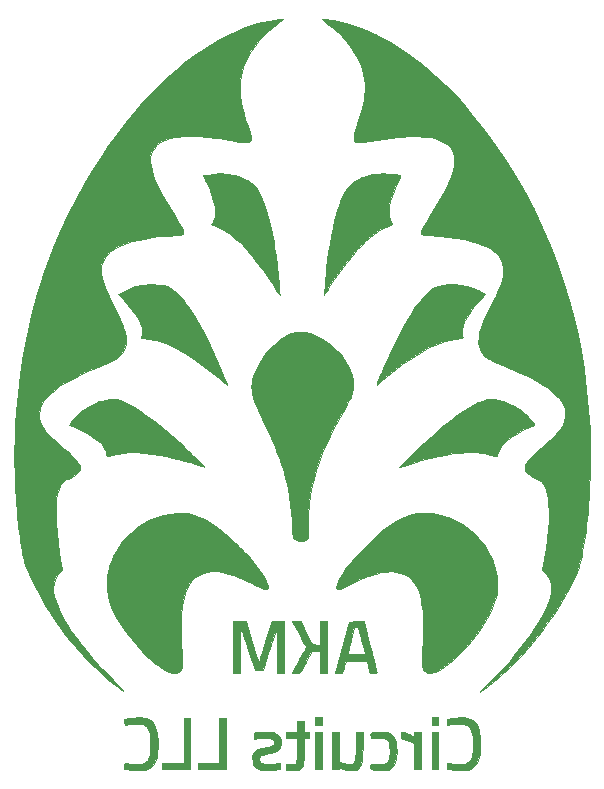
<source format=gbr>
%TF.GenerationSoftware,KiCad,Pcbnew,(5.1.9-0-10_14)*%
%TF.CreationDate,2021-08-10T16:32:06-04:00*%
%TF.ProjectId,led-tester,6c65642d-7465-4737-9465-722e6b696361,v1*%
%TF.SameCoordinates,Original*%
%TF.FileFunction,Legend,Bot*%
%TF.FilePolarity,Positive*%
%FSLAX46Y46*%
G04 Gerber Fmt 4.6, Leading zero omitted, Abs format (unit mm)*
G04 Created by KiCad (PCBNEW (5.1.9-0-10_14)) date 2021-08-10 16:32:06*
%MOMM*%
%LPD*%
G01*
G04 APERTURE LIST*
%ADD10C,0.010000*%
G04 APERTURE END LIST*
D10*
%TO.C,SYM1*%
G36*
X146709661Y-83636636D02*
G01*
X146246746Y-83706531D01*
X145795321Y-83815240D01*
X145366026Y-83960045D01*
X144969506Y-84138226D01*
X144616403Y-84347064D01*
X144515093Y-84419343D01*
X144358724Y-84562325D01*
X144195123Y-84759896D01*
X144028977Y-85004274D01*
X143864972Y-85287678D01*
X143707795Y-85602325D01*
X143562132Y-85940433D01*
X143497694Y-86108736D01*
X143346390Y-86556127D01*
X143199176Y-87062187D01*
X143057004Y-87622162D01*
X142920829Y-88231299D01*
X142791603Y-88884844D01*
X142670281Y-89578043D01*
X142557815Y-90306143D01*
X142455159Y-91064391D01*
X142383798Y-91662250D01*
X142361448Y-91867183D01*
X142337805Y-92095279D01*
X142313590Y-92338455D01*
X142289521Y-92588630D01*
X142266318Y-92837720D01*
X142244700Y-93077645D01*
X142225387Y-93300321D01*
X142209097Y-93497667D01*
X142196551Y-93661600D01*
X142188468Y-93784039D01*
X142185567Y-93856900D01*
X142186933Y-93874015D01*
X142205869Y-93851377D01*
X142253303Y-93782864D01*
X142323989Y-93676391D01*
X142412684Y-93539878D01*
X142514144Y-93381241D01*
X142532579Y-93352177D01*
X143037390Y-92578560D01*
X143534012Y-91864705D01*
X144024650Y-91207732D01*
X144511507Y-90604759D01*
X144996786Y-90052905D01*
X145303241Y-89729628D01*
X145685732Y-89351766D01*
X146044723Y-89026204D01*
X146385914Y-88748854D01*
X146715010Y-88515632D01*
X147037714Y-88322451D01*
X147359728Y-88165224D01*
X147638819Y-88056220D01*
X147759682Y-88010903D01*
X147858422Y-87967897D01*
X147918541Y-87934594D01*
X147926971Y-87927142D01*
X147935908Y-87886522D01*
X147911704Y-87816799D01*
X147850889Y-87708156D01*
X147847595Y-87702779D01*
X147746131Y-87508333D01*
X147680788Y-87307192D01*
X147648181Y-87083326D01*
X147644923Y-86820702D01*
X147647770Y-86756875D01*
X147688987Y-86389736D01*
X147775149Y-85983107D01*
X147904950Y-85541012D01*
X148077087Y-85067472D01*
X148290255Y-84566510D01*
X148501264Y-84125070D01*
X148572601Y-83977537D01*
X148614401Y-83877132D01*
X148629294Y-83816234D01*
X148619912Y-83787222D01*
X148618270Y-83786099D01*
X148555466Y-83763134D01*
X148441136Y-83736472D01*
X148287004Y-83708029D01*
X148104796Y-83679720D01*
X147906237Y-83653463D01*
X147703052Y-83631172D01*
X147627385Y-83624168D01*
X147173421Y-83608275D01*
X146709661Y-83636636D01*
G37*
X146709661Y-83636636D02*
X146246746Y-83706531D01*
X145795321Y-83815240D01*
X145366026Y-83960045D01*
X144969506Y-84138226D01*
X144616403Y-84347064D01*
X144515093Y-84419343D01*
X144358724Y-84562325D01*
X144195123Y-84759896D01*
X144028977Y-85004274D01*
X143864972Y-85287678D01*
X143707795Y-85602325D01*
X143562132Y-85940433D01*
X143497694Y-86108736D01*
X143346390Y-86556127D01*
X143199176Y-87062187D01*
X143057004Y-87622162D01*
X142920829Y-88231299D01*
X142791603Y-88884844D01*
X142670281Y-89578043D01*
X142557815Y-90306143D01*
X142455159Y-91064391D01*
X142383798Y-91662250D01*
X142361448Y-91867183D01*
X142337805Y-92095279D01*
X142313590Y-92338455D01*
X142289521Y-92588630D01*
X142266318Y-92837720D01*
X142244700Y-93077645D01*
X142225387Y-93300321D01*
X142209097Y-93497667D01*
X142196551Y-93661600D01*
X142188468Y-93784039D01*
X142185567Y-93856900D01*
X142186933Y-93874015D01*
X142205869Y-93851377D01*
X142253303Y-93782864D01*
X142323989Y-93676391D01*
X142412684Y-93539878D01*
X142514144Y-93381241D01*
X142532579Y-93352177D01*
X143037390Y-92578560D01*
X143534012Y-91864705D01*
X144024650Y-91207732D01*
X144511507Y-90604759D01*
X144996786Y-90052905D01*
X145303241Y-89729628D01*
X145685732Y-89351766D01*
X146044723Y-89026204D01*
X146385914Y-88748854D01*
X146715010Y-88515632D01*
X147037714Y-88322451D01*
X147359728Y-88165224D01*
X147638819Y-88056220D01*
X147759682Y-88010903D01*
X147858422Y-87967897D01*
X147918541Y-87934594D01*
X147926971Y-87927142D01*
X147935908Y-87886522D01*
X147911704Y-87816799D01*
X147850889Y-87708156D01*
X147847595Y-87702779D01*
X147746131Y-87508333D01*
X147680788Y-87307192D01*
X147648181Y-87083326D01*
X147644923Y-86820702D01*
X147647770Y-86756875D01*
X147688987Y-86389736D01*
X147775149Y-85983107D01*
X147904950Y-85541012D01*
X148077087Y-85067472D01*
X148290255Y-84566510D01*
X148501264Y-84125070D01*
X148572601Y-83977537D01*
X148614401Y-83877132D01*
X148629294Y-83816234D01*
X148619912Y-83787222D01*
X148618270Y-83786099D01*
X148555466Y-83763134D01*
X148441136Y-83736472D01*
X148287004Y-83708029D01*
X148104796Y-83679720D01*
X147906237Y-83653463D01*
X147703052Y-83631172D01*
X147627385Y-83624168D01*
X147173421Y-83608275D01*
X146709661Y-83636636D01*
G36*
X132833761Y-83633174D02*
G01*
X132278089Y-83714524D01*
X132136504Y-83744610D01*
X131923132Y-83792911D01*
X132130918Y-84207570D01*
X132410883Y-84808338D01*
X132640141Y-85393657D01*
X132725062Y-85645625D01*
X132814451Y-85940994D01*
X132878702Y-86195976D01*
X132920785Y-86427119D01*
X132943673Y-86650974D01*
X132950338Y-86884092D01*
X132950282Y-86899750D01*
X132942143Y-87132073D01*
X132917684Y-87318623D01*
X132872689Y-87475963D01*
X132802943Y-87620656D01*
X132742804Y-87715095D01*
X132689832Y-87800771D01*
X132656886Y-87870755D01*
X132651500Y-87894261D01*
X132653368Y-87916772D01*
X132665848Y-87935674D01*
X132699259Y-87956265D01*
X132763915Y-87983841D01*
X132870136Y-88023700D01*
X132984875Y-88065416D01*
X133394320Y-88241962D01*
X133813272Y-88478330D01*
X134241994Y-88774789D01*
X134680749Y-89131603D01*
X135129801Y-89549041D01*
X135589413Y-90027368D01*
X136059847Y-90566851D01*
X136541368Y-91167756D01*
X137034237Y-91830352D01*
X137538719Y-92554903D01*
X137793171Y-92937104D01*
X137918713Y-93129004D01*
X138038202Y-93312871D01*
X138145369Y-93478963D01*
X138233945Y-93617541D01*
X138297662Y-93718864D01*
X138321805Y-93758487D01*
X138419984Y-93924141D01*
X138406858Y-93737758D01*
X138346331Y-92979803D01*
X138270117Y-92193210D01*
X138180569Y-91398096D01*
X138080043Y-90614576D01*
X137970892Y-89862767D01*
X137905635Y-89455625D01*
X137768745Y-88688229D01*
X137623689Y-87982819D01*
X137470186Y-87338370D01*
X137307954Y-86753859D01*
X137136710Y-86228262D01*
X136956173Y-85760555D01*
X136787187Y-85391625D01*
X136631352Y-85098084D01*
X136479332Y-84856169D01*
X136321337Y-84655482D01*
X136147576Y-84485622D01*
X135948259Y-84336192D01*
X135713596Y-84196792D01*
X135612639Y-84144043D01*
X135444210Y-84062013D01*
X135268172Y-83981962D01*
X135106321Y-83913499D01*
X134989052Y-83869134D01*
X134476948Y-83726665D01*
X133941495Y-83639608D01*
X133390998Y-83608323D01*
X132833761Y-83633174D01*
G37*
X132833761Y-83633174D02*
X132278089Y-83714524D01*
X132136504Y-83744610D01*
X131923132Y-83792911D01*
X132130918Y-84207570D01*
X132410883Y-84808338D01*
X132640141Y-85393657D01*
X132725062Y-85645625D01*
X132814451Y-85940994D01*
X132878702Y-86195976D01*
X132920785Y-86427119D01*
X132943673Y-86650974D01*
X132950338Y-86884092D01*
X132950282Y-86899750D01*
X132942143Y-87132073D01*
X132917684Y-87318623D01*
X132872689Y-87475963D01*
X132802943Y-87620656D01*
X132742804Y-87715095D01*
X132689832Y-87800771D01*
X132656886Y-87870755D01*
X132651500Y-87894261D01*
X132653368Y-87916772D01*
X132665848Y-87935674D01*
X132699259Y-87956265D01*
X132763915Y-87983841D01*
X132870136Y-88023700D01*
X132984875Y-88065416D01*
X133394320Y-88241962D01*
X133813272Y-88478330D01*
X134241994Y-88774789D01*
X134680749Y-89131603D01*
X135129801Y-89549041D01*
X135589413Y-90027368D01*
X136059847Y-90566851D01*
X136541368Y-91167756D01*
X137034237Y-91830352D01*
X137538719Y-92554903D01*
X137793171Y-92937104D01*
X137918713Y-93129004D01*
X138038202Y-93312871D01*
X138145369Y-93478963D01*
X138233945Y-93617541D01*
X138297662Y-93718864D01*
X138321805Y-93758487D01*
X138419984Y-93924141D01*
X138406858Y-93737758D01*
X138346331Y-92979803D01*
X138270117Y-92193210D01*
X138180569Y-91398096D01*
X138080043Y-90614576D01*
X137970892Y-89862767D01*
X137905635Y-89455625D01*
X137768745Y-88688229D01*
X137623689Y-87982819D01*
X137470186Y-87338370D01*
X137307954Y-86753859D01*
X137136710Y-86228262D01*
X136956173Y-85760555D01*
X136787187Y-85391625D01*
X136631352Y-85098084D01*
X136479332Y-84856169D01*
X136321337Y-84655482D01*
X136147576Y-84485622D01*
X135948259Y-84336192D01*
X135713596Y-84196792D01*
X135612639Y-84144043D01*
X135444210Y-84062013D01*
X135268172Y-83981962D01*
X135106321Y-83913499D01*
X134989052Y-83869134D01*
X134476948Y-83726665D01*
X133941495Y-83639608D01*
X133390998Y-83608323D01*
X132833761Y-83633174D01*
G36*
X127295104Y-93016268D02*
G01*
X127049455Y-93026119D01*
X126833739Y-93045681D01*
X126631266Y-93077368D01*
X126425347Y-93123594D01*
X126199292Y-93186774D01*
X126031625Y-93238719D01*
X125875517Y-93293563D01*
X125693599Y-93365719D01*
X125499329Y-93448981D01*
X125306164Y-93537142D01*
X125127561Y-93623996D01*
X124976979Y-93703336D01*
X124867873Y-93768955D01*
X124842441Y-93787173D01*
X124764507Y-93847199D01*
X125128191Y-94224464D01*
X125528660Y-94661120D01*
X125876887Y-95085617D01*
X126171311Y-95495683D01*
X126410370Y-95889047D01*
X126592502Y-96263441D01*
X126669681Y-96465824D01*
X126740076Y-96716357D01*
X126768184Y-96941289D01*
X126755467Y-97161040D01*
X126729253Y-97297198D01*
X126704104Y-97411913D01*
X126688277Y-97500122D01*
X126684509Y-97546040D01*
X126685591Y-97548918D01*
X126720170Y-97555746D01*
X126806224Y-97566173D01*
X126931911Y-97578935D01*
X127085392Y-97592769D01*
X127136507Y-97597056D01*
X127457115Y-97633487D01*
X127766806Y-97687328D01*
X127937316Y-97726677D01*
X128423848Y-97875630D01*
X128940713Y-98079173D01*
X129486886Y-98336680D01*
X130061342Y-98647526D01*
X130663054Y-99011084D01*
X131290999Y-99426728D01*
X131944151Y-99893831D01*
X132621483Y-100411769D01*
X133321971Y-100979913D01*
X133476357Y-101109282D01*
X133627415Y-101236057D01*
X133760634Y-101346874D01*
X133868936Y-101435931D01*
X133945246Y-101497421D01*
X133982489Y-101525542D01*
X133985000Y-101526529D01*
X133973168Y-101490365D01*
X133939926Y-101403918D01*
X133888658Y-101275368D01*
X133822749Y-101112892D01*
X133745582Y-100924668D01*
X133660541Y-100718875D01*
X133571010Y-100503690D01*
X133480373Y-100287291D01*
X133392013Y-100077856D01*
X133309315Y-99883563D01*
X133235662Y-99712591D01*
X133211482Y-99657112D01*
X132856741Y-98865633D01*
X132504502Y-98117964D01*
X132155820Y-97415840D01*
X131811753Y-96760996D01*
X131473356Y-96155168D01*
X131141685Y-95600093D01*
X130817795Y-95097505D01*
X130502742Y-94649140D01*
X130197583Y-94256735D01*
X129903374Y-93922024D01*
X129621169Y-93646743D01*
X129485551Y-93532450D01*
X129280742Y-93382588D01*
X129075868Y-93262502D01*
X128861073Y-93169498D01*
X128626497Y-93100883D01*
X128362284Y-93053961D01*
X128058574Y-93026039D01*
X127705510Y-93014424D01*
X127587375Y-93013715D01*
X127295104Y-93016268D01*
G37*
X127295104Y-93016268D02*
X127049455Y-93026119D01*
X126833739Y-93045681D01*
X126631266Y-93077368D01*
X126425347Y-93123594D01*
X126199292Y-93186774D01*
X126031625Y-93238719D01*
X125875517Y-93293563D01*
X125693599Y-93365719D01*
X125499329Y-93448981D01*
X125306164Y-93537142D01*
X125127561Y-93623996D01*
X124976979Y-93703336D01*
X124867873Y-93768955D01*
X124842441Y-93787173D01*
X124764507Y-93847199D01*
X125128191Y-94224464D01*
X125528660Y-94661120D01*
X125876887Y-95085617D01*
X126171311Y-95495683D01*
X126410370Y-95889047D01*
X126592502Y-96263441D01*
X126669681Y-96465824D01*
X126740076Y-96716357D01*
X126768184Y-96941289D01*
X126755467Y-97161040D01*
X126729253Y-97297198D01*
X126704104Y-97411913D01*
X126688277Y-97500122D01*
X126684509Y-97546040D01*
X126685591Y-97548918D01*
X126720170Y-97555746D01*
X126806224Y-97566173D01*
X126931911Y-97578935D01*
X127085392Y-97592769D01*
X127136507Y-97597056D01*
X127457115Y-97633487D01*
X127766806Y-97687328D01*
X127937316Y-97726677D01*
X128423848Y-97875630D01*
X128940713Y-98079173D01*
X129486886Y-98336680D01*
X130061342Y-98647526D01*
X130663054Y-99011084D01*
X131290999Y-99426728D01*
X131944151Y-99893831D01*
X132621483Y-100411769D01*
X133321971Y-100979913D01*
X133476357Y-101109282D01*
X133627415Y-101236057D01*
X133760634Y-101346874D01*
X133868936Y-101435931D01*
X133945246Y-101497421D01*
X133982489Y-101525542D01*
X133985000Y-101526529D01*
X133973168Y-101490365D01*
X133939926Y-101403918D01*
X133888658Y-101275368D01*
X133822749Y-101112892D01*
X133745582Y-100924668D01*
X133660541Y-100718875D01*
X133571010Y-100503690D01*
X133480373Y-100287291D01*
X133392013Y-100077856D01*
X133309315Y-99883563D01*
X133235662Y-99712591D01*
X133211482Y-99657112D01*
X132856741Y-98865633D01*
X132504502Y-98117964D01*
X132155820Y-97415840D01*
X131811753Y-96760996D01*
X131473356Y-96155168D01*
X131141685Y-95600093D01*
X130817795Y-95097505D01*
X130502742Y-94649140D01*
X130197583Y-94256735D01*
X129903374Y-93922024D01*
X129621169Y-93646743D01*
X129485551Y-93532450D01*
X129280742Y-93382588D01*
X129075868Y-93262502D01*
X128861073Y-93169498D01*
X128626497Y-93100883D01*
X128362284Y-93053961D01*
X128058574Y-93026039D01*
X127705510Y-93014424D01*
X127587375Y-93013715D01*
X127295104Y-93016268D01*
G36*
X152712411Y-93006864D02*
G01*
X152280747Y-93046602D01*
X151898405Y-93125573D01*
X151565029Y-93243844D01*
X151384000Y-93336221D01*
X151253056Y-93426084D01*
X151093521Y-93557507D01*
X150914740Y-93721132D01*
X150726063Y-93907597D01*
X150536834Y-94107543D01*
X150356402Y-94311610D01*
X150194113Y-94510438D01*
X150138715Y-94583250D01*
X149831874Y-95017347D01*
X149513413Y-95508999D01*
X149185675Y-96053813D01*
X148851001Y-96647396D01*
X148511732Y-97285358D01*
X148170210Y-97963305D01*
X147828777Y-98676845D01*
X147489775Y-99421587D01*
X147184982Y-100123625D01*
X147061323Y-100416601D01*
X146949032Y-100685852D01*
X146850152Y-100926274D01*
X146766728Y-101132765D01*
X146700803Y-101300221D01*
X146654420Y-101423542D01*
X146629625Y-101497623D01*
X146626540Y-101517910D01*
X146652833Y-101500918D01*
X146719605Y-101448626D01*
X146819274Y-101367232D01*
X146944257Y-101262935D01*
X147086970Y-101141935D01*
X147097750Y-101132724D01*
X147502464Y-100794337D01*
X147928319Y-100452265D01*
X148364454Y-100114609D01*
X148800010Y-99789469D01*
X149224125Y-99484948D01*
X149625938Y-99209144D01*
X149994589Y-98970160D01*
X150010283Y-98960364D01*
X150556570Y-98633132D01*
X151068769Y-98354089D01*
X151551779Y-98121301D01*
X152010497Y-97932834D01*
X152449824Y-97786752D01*
X152874656Y-97681123D01*
X153289893Y-97614012D01*
X153463625Y-97596764D01*
X153619968Y-97582382D01*
X153753377Y-97566848D01*
X153851078Y-97551888D01*
X153900297Y-97539225D01*
X153902862Y-97537486D01*
X153908607Y-97495711D01*
X153897406Y-97412327D01*
X153874552Y-97316306D01*
X153835369Y-97061890D01*
X153852414Y-96779947D01*
X153925418Y-96471936D01*
X154054109Y-96139314D01*
X154117390Y-96007099D01*
X154255147Y-95761178D01*
X154435587Y-95483806D01*
X154652137Y-95183609D01*
X154898226Y-94869214D01*
X155167280Y-94549247D01*
X155452728Y-94232334D01*
X155540953Y-94138750D01*
X155647545Y-94026577D01*
X155736298Y-93932547D01*
X155799084Y-93865319D01*
X155827777Y-93833550D01*
X155828710Y-93832204D01*
X155802716Y-93812069D01*
X155731613Y-93769561D01*
X155626926Y-93711024D01*
X155500183Y-93642797D01*
X155362910Y-93571223D01*
X155257059Y-93517706D01*
X154766333Y-93305602D01*
X154259071Y-93150607D01*
X153728671Y-93051086D01*
X153193750Y-93006296D01*
X152712411Y-93006864D01*
G37*
X152712411Y-93006864D02*
X152280747Y-93046602D01*
X151898405Y-93125573D01*
X151565029Y-93243844D01*
X151384000Y-93336221D01*
X151253056Y-93426084D01*
X151093521Y-93557507D01*
X150914740Y-93721132D01*
X150726063Y-93907597D01*
X150536834Y-94107543D01*
X150356402Y-94311610D01*
X150194113Y-94510438D01*
X150138715Y-94583250D01*
X149831874Y-95017347D01*
X149513413Y-95508999D01*
X149185675Y-96053813D01*
X148851001Y-96647396D01*
X148511732Y-97285358D01*
X148170210Y-97963305D01*
X147828777Y-98676845D01*
X147489775Y-99421587D01*
X147184982Y-100123625D01*
X147061323Y-100416601D01*
X146949032Y-100685852D01*
X146850152Y-100926274D01*
X146766728Y-101132765D01*
X146700803Y-101300221D01*
X146654420Y-101423542D01*
X146629625Y-101497623D01*
X146626540Y-101517910D01*
X146652833Y-101500918D01*
X146719605Y-101448626D01*
X146819274Y-101367232D01*
X146944257Y-101262935D01*
X147086970Y-101141935D01*
X147097750Y-101132724D01*
X147502464Y-100794337D01*
X147928319Y-100452265D01*
X148364454Y-100114609D01*
X148800010Y-99789469D01*
X149224125Y-99484948D01*
X149625938Y-99209144D01*
X149994589Y-98970160D01*
X150010283Y-98960364D01*
X150556570Y-98633132D01*
X151068769Y-98354089D01*
X151551779Y-98121301D01*
X152010497Y-97932834D01*
X152449824Y-97786752D01*
X152874656Y-97681123D01*
X153289893Y-97614012D01*
X153463625Y-97596764D01*
X153619968Y-97582382D01*
X153753377Y-97566848D01*
X153851078Y-97551888D01*
X153900297Y-97539225D01*
X153902862Y-97537486D01*
X153908607Y-97495711D01*
X153897406Y-97412327D01*
X153874552Y-97316306D01*
X153835369Y-97061890D01*
X153852414Y-96779947D01*
X153925418Y-96471936D01*
X154054109Y-96139314D01*
X154117390Y-96007099D01*
X154255147Y-95761178D01*
X154435587Y-95483806D01*
X154652137Y-95183609D01*
X154898226Y-94869214D01*
X155167280Y-94549247D01*
X155452728Y-94232334D01*
X155540953Y-94138750D01*
X155647545Y-94026577D01*
X155736298Y-93932547D01*
X155799084Y-93865319D01*
X155827777Y-93833550D01*
X155828710Y-93832204D01*
X155802716Y-93812069D01*
X155731613Y-93769561D01*
X155626926Y-93711024D01*
X155500183Y-93642797D01*
X155362910Y-93571223D01*
X155257059Y-93517706D01*
X154766333Y-93305602D01*
X154259071Y-93150607D01*
X153728671Y-93051086D01*
X153193750Y-93006296D01*
X152712411Y-93006864D01*
G36*
X124034312Y-102724013D02*
G01*
X123706826Y-102770950D01*
X123349251Y-102860903D01*
X123169545Y-102917569D01*
X122696453Y-103105996D01*
X122231514Y-103352047D01*
X121784745Y-103649875D01*
X121442237Y-103925778D01*
X121282794Y-104074890D01*
X121109134Y-104253225D01*
X120936917Y-104443468D01*
X120781801Y-104628304D01*
X120659442Y-104790419D01*
X120656526Y-104794629D01*
X120588134Y-104893633D01*
X120881005Y-105013889D01*
X121298894Y-105197631D01*
X121706521Y-105400246D01*
X122095071Y-105616296D01*
X122455733Y-105840340D01*
X122779692Y-106066941D01*
X123058135Y-106290658D01*
X123259470Y-106481825D01*
X123451121Y-106704439D01*
X123590264Y-106919645D01*
X123684168Y-107141461D01*
X123740102Y-107383902D01*
X123745034Y-107418187D01*
X123757493Y-107491675D01*
X123777799Y-107539437D01*
X123815424Y-107562281D01*
X123879842Y-107561017D01*
X123980524Y-107536453D01*
X124126942Y-107489399D01*
X124217728Y-107458557D01*
X124662370Y-107335528D01*
X125154978Y-107253854D01*
X125695336Y-107213533D01*
X126283228Y-107214557D01*
X126918439Y-107256922D01*
X127600752Y-107340623D01*
X128329951Y-107465654D01*
X128838501Y-107571187D01*
X129296050Y-107677891D01*
X129790011Y-107803136D01*
X130300834Y-107941457D01*
X130808967Y-108087388D01*
X131294859Y-108235462D01*
X131738958Y-108380213D01*
X131770438Y-108390920D01*
X131890954Y-108429497D01*
X131985096Y-108454781D01*
X132039760Y-108463507D01*
X132048250Y-108460135D01*
X132026115Y-108430608D01*
X131963106Y-108362262D01*
X131864324Y-108260084D01*
X131734868Y-108129061D01*
X131579835Y-107974178D01*
X131404326Y-107800422D01*
X131213439Y-107612780D01*
X131012273Y-107416238D01*
X130805927Y-107215783D01*
X130599500Y-107016400D01*
X130398090Y-106823077D01*
X130206798Y-106640800D01*
X130030721Y-106474554D01*
X129874958Y-106329328D01*
X129783609Y-106245455D01*
X129171617Y-105698984D01*
X128582693Y-105194901D01*
X128018370Y-104734284D01*
X127480177Y-104318212D01*
X126969648Y-103947765D01*
X126488313Y-103624021D01*
X126037703Y-103348059D01*
X125619350Y-103120959D01*
X125234785Y-102943798D01*
X124945016Y-102836318D01*
X124642529Y-102757195D01*
X124342587Y-102719594D01*
X124034312Y-102724013D01*
G37*
X124034312Y-102724013D02*
X123706826Y-102770950D01*
X123349251Y-102860903D01*
X123169545Y-102917569D01*
X122696453Y-103105996D01*
X122231514Y-103352047D01*
X121784745Y-103649875D01*
X121442237Y-103925778D01*
X121282794Y-104074890D01*
X121109134Y-104253225D01*
X120936917Y-104443468D01*
X120781801Y-104628304D01*
X120659442Y-104790419D01*
X120656526Y-104794629D01*
X120588134Y-104893633D01*
X120881005Y-105013889D01*
X121298894Y-105197631D01*
X121706521Y-105400246D01*
X122095071Y-105616296D01*
X122455733Y-105840340D01*
X122779692Y-106066941D01*
X123058135Y-106290658D01*
X123259470Y-106481825D01*
X123451121Y-106704439D01*
X123590264Y-106919645D01*
X123684168Y-107141461D01*
X123740102Y-107383902D01*
X123745034Y-107418187D01*
X123757493Y-107491675D01*
X123777799Y-107539437D01*
X123815424Y-107562281D01*
X123879842Y-107561017D01*
X123980524Y-107536453D01*
X124126942Y-107489399D01*
X124217728Y-107458557D01*
X124662370Y-107335528D01*
X125154978Y-107253854D01*
X125695336Y-107213533D01*
X126283228Y-107214557D01*
X126918439Y-107256922D01*
X127600752Y-107340623D01*
X128329951Y-107465654D01*
X128838501Y-107571187D01*
X129296050Y-107677891D01*
X129790011Y-107803136D01*
X130300834Y-107941457D01*
X130808967Y-108087388D01*
X131294859Y-108235462D01*
X131738958Y-108380213D01*
X131770438Y-108390920D01*
X131890954Y-108429497D01*
X131985096Y-108454781D01*
X132039760Y-108463507D01*
X132048250Y-108460135D01*
X132026115Y-108430608D01*
X131963106Y-108362262D01*
X131864324Y-108260084D01*
X131734868Y-108129061D01*
X131579835Y-107974178D01*
X131404326Y-107800422D01*
X131213439Y-107612780D01*
X131012273Y-107416238D01*
X130805927Y-107215783D01*
X130599500Y-107016400D01*
X130398090Y-106823077D01*
X130206798Y-106640800D01*
X130030721Y-106474554D01*
X129874958Y-106329328D01*
X129783609Y-106245455D01*
X129171617Y-105698984D01*
X128582693Y-105194901D01*
X128018370Y-104734284D01*
X127480177Y-104318212D01*
X126969648Y-103947765D01*
X126488313Y-103624021D01*
X126037703Y-103348059D01*
X125619350Y-103120959D01*
X125234785Y-102943798D01*
X124945016Y-102836318D01*
X124642529Y-102757195D01*
X124342587Y-102719594D01*
X124034312Y-102724013D01*
G36*
X155937339Y-102758259D02*
G01*
X155602794Y-102854304D01*
X155233359Y-103001436D01*
X154830479Y-103198666D01*
X154395599Y-103445005D01*
X153930164Y-103739463D01*
X153435620Y-104081052D01*
X152913412Y-104468782D01*
X152364985Y-104901663D01*
X151791783Y-105378706D01*
X151195254Y-105898923D01*
X150717250Y-106331677D01*
X150617504Y-106424758D01*
X150488921Y-106546890D01*
X150336636Y-106693025D01*
X150165780Y-106858114D01*
X149981487Y-107037109D01*
X149788891Y-107224962D01*
X149593124Y-107416625D01*
X149399319Y-107607050D01*
X149212611Y-107791188D01*
X149038131Y-107963990D01*
X148881013Y-108120410D01*
X148746390Y-108255398D01*
X148639396Y-108363906D01*
X148565163Y-108440887D01*
X148528824Y-108481291D01*
X148526500Y-108486194D01*
X148561011Y-108475694D01*
X148643812Y-108449107D01*
X148762914Y-108410315D01*
X148906331Y-108363205D01*
X148923375Y-108357583D01*
X149676520Y-108119379D01*
X150413024Y-107906872D01*
X151128586Y-107720854D01*
X151818905Y-107562117D01*
X152479680Y-107431453D01*
X153106610Y-107329654D01*
X153695395Y-107257513D01*
X154241733Y-107215821D01*
X154741323Y-107205371D01*
X155101127Y-107219798D01*
X155441896Y-107250734D01*
X155739073Y-107293015D01*
X156012096Y-107350285D01*
X156280403Y-107426188D01*
X156383817Y-107460214D01*
X156554839Y-107517762D01*
X156675499Y-107553066D01*
X156755733Y-107563787D01*
X156805478Y-107547586D01*
X156834672Y-107502124D01*
X156853252Y-107425062D01*
X156865944Y-107346738D01*
X156904670Y-107165801D01*
X156964657Y-107002587D01*
X157053237Y-106844636D01*
X157177743Y-106679490D01*
X157345506Y-106494689D01*
X157400429Y-106438535D01*
X157642524Y-106210621D01*
X157895272Y-106008865D01*
X158113024Y-105858039D01*
X158321999Y-105727732D01*
X158571188Y-105583691D01*
X158843474Y-105434932D01*
X159121740Y-105290470D01*
X159388867Y-105159322D01*
X159627739Y-105050504D01*
X159718375Y-105012469D01*
X159829500Y-104965776D01*
X159917942Y-104925610D01*
X159966676Y-104899756D01*
X159969360Y-104897722D01*
X159970952Y-104856907D01*
X159931102Y-104780549D01*
X159855890Y-104675224D01*
X159751391Y-104547510D01*
X159623684Y-104403986D01*
X159478845Y-104251229D01*
X159322953Y-104095818D01*
X159162085Y-103944328D01*
X159002317Y-103803340D01*
X158849729Y-103679429D01*
X158829375Y-103663887D01*
X158466199Y-103413086D01*
X158088020Y-103196947D01*
X157702394Y-103017838D01*
X157316881Y-102878125D01*
X156939037Y-102780175D01*
X156576420Y-102726354D01*
X156236586Y-102719029D01*
X155937339Y-102758259D01*
G37*
X155937339Y-102758259D02*
X155602794Y-102854304D01*
X155233359Y-103001436D01*
X154830479Y-103198666D01*
X154395599Y-103445005D01*
X153930164Y-103739463D01*
X153435620Y-104081052D01*
X152913412Y-104468782D01*
X152364985Y-104901663D01*
X151791783Y-105378706D01*
X151195254Y-105898923D01*
X150717250Y-106331677D01*
X150617504Y-106424758D01*
X150488921Y-106546890D01*
X150336636Y-106693025D01*
X150165780Y-106858114D01*
X149981487Y-107037109D01*
X149788891Y-107224962D01*
X149593124Y-107416625D01*
X149399319Y-107607050D01*
X149212611Y-107791188D01*
X149038131Y-107963990D01*
X148881013Y-108120410D01*
X148746390Y-108255398D01*
X148639396Y-108363906D01*
X148565163Y-108440887D01*
X148528824Y-108481291D01*
X148526500Y-108486194D01*
X148561011Y-108475694D01*
X148643812Y-108449107D01*
X148762914Y-108410315D01*
X148906331Y-108363205D01*
X148923375Y-108357583D01*
X149676520Y-108119379D01*
X150413024Y-107906872D01*
X151128586Y-107720854D01*
X151818905Y-107562117D01*
X152479680Y-107431453D01*
X153106610Y-107329654D01*
X153695395Y-107257513D01*
X154241733Y-107215821D01*
X154741323Y-107205371D01*
X155101127Y-107219798D01*
X155441896Y-107250734D01*
X155739073Y-107293015D01*
X156012096Y-107350285D01*
X156280403Y-107426188D01*
X156383817Y-107460214D01*
X156554839Y-107517762D01*
X156675499Y-107553066D01*
X156755733Y-107563787D01*
X156805478Y-107547586D01*
X156834672Y-107502124D01*
X156853252Y-107425062D01*
X156865944Y-107346738D01*
X156904670Y-107165801D01*
X156964657Y-107002587D01*
X157053237Y-106844636D01*
X157177743Y-106679490D01*
X157345506Y-106494689D01*
X157400429Y-106438535D01*
X157642524Y-106210621D01*
X157895272Y-106008865D01*
X158113024Y-105858039D01*
X158321999Y-105727732D01*
X158571188Y-105583691D01*
X158843474Y-105434932D01*
X159121740Y-105290470D01*
X159388867Y-105159322D01*
X159627739Y-105050504D01*
X159718375Y-105012469D01*
X159829500Y-104965776D01*
X159917942Y-104925610D01*
X159966676Y-104899756D01*
X159969360Y-104897722D01*
X159970952Y-104856907D01*
X159931102Y-104780549D01*
X159855890Y-104675224D01*
X159751391Y-104547510D01*
X159623684Y-104403986D01*
X159478845Y-104251229D01*
X159322953Y-104095818D01*
X159162085Y-103944328D01*
X159002317Y-103803340D01*
X158849729Y-103679429D01*
X158829375Y-103663887D01*
X158466199Y-103413086D01*
X158088020Y-103196947D01*
X157702394Y-103017838D01*
X157316881Y-102878125D01*
X156939037Y-102780175D01*
X156576420Y-102726354D01*
X156236586Y-102719029D01*
X155937339Y-102758259D01*
G36*
X139837469Y-97049426D02*
G01*
X139732950Y-97056904D01*
X139645954Y-97071303D01*
X139561158Y-97094736D01*
X139463235Y-97129315D01*
X139406493Y-97150711D01*
X139027806Y-97323845D01*
X138646981Y-97553886D01*
X138269781Y-97834731D01*
X137901968Y-98160279D01*
X137549305Y-98524431D01*
X137217554Y-98921084D01*
X136912476Y-99344138D01*
X136639835Y-99787492D01*
X136405393Y-100245045D01*
X136335764Y-100401929D01*
X136200888Y-100752800D01*
X136108897Y-101077060D01*
X136056010Y-101391163D01*
X136038543Y-101695250D01*
X136040172Y-101854313D01*
X136049009Y-102007875D01*
X136066890Y-102161173D01*
X136095648Y-102319444D01*
X136137119Y-102487926D01*
X136193138Y-102671857D01*
X136265540Y-102876473D01*
X136356158Y-103107012D01*
X136466829Y-103368711D01*
X136599387Y-103666809D01*
X136755666Y-104006542D01*
X136937502Y-104393149D01*
X137111897Y-104759125D01*
X137370957Y-105305551D01*
X137601876Y-105804118D01*
X137807648Y-106262306D01*
X137991270Y-106687597D01*
X138155735Y-107087473D01*
X138304039Y-107469415D01*
X138439177Y-107840907D01*
X138564145Y-108209428D01*
X138681938Y-108582462D01*
X138792851Y-108958055D01*
X138969537Y-109619515D01*
X139118174Y-110275555D01*
X139240434Y-110937546D01*
X139337989Y-111616853D01*
X139412512Y-112324846D01*
X139465675Y-113072892D01*
X139494650Y-113728500D01*
X139502156Y-113937888D01*
X139509627Y-114094455D01*
X139518502Y-114208860D01*
X139530222Y-114291764D01*
X139546227Y-114353828D01*
X139567956Y-114405713D01*
X139592116Y-114449968D01*
X139704646Y-114584395D01*
X139858670Y-114685857D01*
X140038616Y-114749237D01*
X140228910Y-114769421D01*
X140413980Y-114741293D01*
X140446125Y-114730488D01*
X140586330Y-114650931D01*
X140707474Y-114531498D01*
X140790848Y-114392273D01*
X140807735Y-114342238D01*
X140816486Y-114277630D01*
X140824310Y-114159544D01*
X140830869Y-113998000D01*
X140835826Y-113803019D01*
X140838844Y-113584620D01*
X140839634Y-113395125D01*
X140859895Y-112501565D01*
X140922226Y-111644411D01*
X141028426Y-110810973D01*
X141180292Y-109988560D01*
X141379624Y-109164481D01*
X141498870Y-108743750D01*
X141647578Y-108268175D01*
X141810295Y-107798613D01*
X141990247Y-107327892D01*
X142190660Y-106848841D01*
X142414760Y-106354289D01*
X142665773Y-105837065D01*
X142946925Y-105289998D01*
X143261442Y-104705916D01*
X143541323Y-104203500D01*
X143758767Y-103815111D01*
X143944985Y-103475592D01*
X144102477Y-103180011D01*
X144233745Y-102923435D01*
X144341290Y-102700933D01*
X144427614Y-102507571D01*
X144495217Y-102338418D01*
X144515409Y-102282625D01*
X144548364Y-102185199D01*
X144572043Y-102100856D01*
X144587982Y-102015998D01*
X144597714Y-101917024D01*
X144602775Y-101790336D01*
X144604700Y-101622335D01*
X144604994Y-101488875D01*
X144603956Y-101275437D01*
X144599655Y-101111010D01*
X144590819Y-100981131D01*
X144576180Y-100871344D01*
X144554468Y-100767187D01*
X144535063Y-100692369D01*
X144378202Y-100234872D01*
X144163286Y-99786513D01*
X143895638Y-99352534D01*
X143580583Y-98938177D01*
X143223445Y-98548684D01*
X142829550Y-98189298D01*
X142404220Y-97865260D01*
X141952782Y-97581814D01*
X141480559Y-97344200D01*
X140992876Y-97157662D01*
X140922375Y-97135525D01*
X140801649Y-97100560D01*
X140696465Y-97076252D01*
X140590104Y-97060654D01*
X140465844Y-97051817D01*
X140306963Y-97047794D01*
X140160375Y-97046781D01*
X139974836Y-97046756D01*
X139837469Y-97049426D01*
G37*
X139837469Y-97049426D02*
X139732950Y-97056904D01*
X139645954Y-97071303D01*
X139561158Y-97094736D01*
X139463235Y-97129315D01*
X139406493Y-97150711D01*
X139027806Y-97323845D01*
X138646981Y-97553886D01*
X138269781Y-97834731D01*
X137901968Y-98160279D01*
X137549305Y-98524431D01*
X137217554Y-98921084D01*
X136912476Y-99344138D01*
X136639835Y-99787492D01*
X136405393Y-100245045D01*
X136335764Y-100401929D01*
X136200888Y-100752800D01*
X136108897Y-101077060D01*
X136056010Y-101391163D01*
X136038543Y-101695250D01*
X136040172Y-101854313D01*
X136049009Y-102007875D01*
X136066890Y-102161173D01*
X136095648Y-102319444D01*
X136137119Y-102487926D01*
X136193138Y-102671857D01*
X136265540Y-102876473D01*
X136356158Y-103107012D01*
X136466829Y-103368711D01*
X136599387Y-103666809D01*
X136755666Y-104006542D01*
X136937502Y-104393149D01*
X137111897Y-104759125D01*
X137370957Y-105305551D01*
X137601876Y-105804118D01*
X137807648Y-106262306D01*
X137991270Y-106687597D01*
X138155735Y-107087473D01*
X138304039Y-107469415D01*
X138439177Y-107840907D01*
X138564145Y-108209428D01*
X138681938Y-108582462D01*
X138792851Y-108958055D01*
X138969537Y-109619515D01*
X139118174Y-110275555D01*
X139240434Y-110937546D01*
X139337989Y-111616853D01*
X139412512Y-112324846D01*
X139465675Y-113072892D01*
X139494650Y-113728500D01*
X139502156Y-113937888D01*
X139509627Y-114094455D01*
X139518502Y-114208860D01*
X139530222Y-114291764D01*
X139546227Y-114353828D01*
X139567956Y-114405713D01*
X139592116Y-114449968D01*
X139704646Y-114584395D01*
X139858670Y-114685857D01*
X140038616Y-114749237D01*
X140228910Y-114769421D01*
X140413980Y-114741293D01*
X140446125Y-114730488D01*
X140586330Y-114650931D01*
X140707474Y-114531498D01*
X140790848Y-114392273D01*
X140807735Y-114342238D01*
X140816486Y-114277630D01*
X140824310Y-114159544D01*
X140830869Y-113998000D01*
X140835826Y-113803019D01*
X140838844Y-113584620D01*
X140839634Y-113395125D01*
X140859895Y-112501565D01*
X140922226Y-111644411D01*
X141028426Y-110810973D01*
X141180292Y-109988560D01*
X141379624Y-109164481D01*
X141498870Y-108743750D01*
X141647578Y-108268175D01*
X141810295Y-107798613D01*
X141990247Y-107327892D01*
X142190660Y-106848841D01*
X142414760Y-106354289D01*
X142665773Y-105837065D01*
X142946925Y-105289998D01*
X143261442Y-104705916D01*
X143541323Y-104203500D01*
X143758767Y-103815111D01*
X143944985Y-103475592D01*
X144102477Y-103180011D01*
X144233745Y-102923435D01*
X144341290Y-102700933D01*
X144427614Y-102507571D01*
X144495217Y-102338418D01*
X144515409Y-102282625D01*
X144548364Y-102185199D01*
X144572043Y-102100856D01*
X144587982Y-102015998D01*
X144597714Y-101917024D01*
X144602775Y-101790336D01*
X144604700Y-101622335D01*
X144604994Y-101488875D01*
X144603956Y-101275437D01*
X144599655Y-101111010D01*
X144590819Y-100981131D01*
X144576180Y-100871344D01*
X144554468Y-100767187D01*
X144535063Y-100692369D01*
X144378202Y-100234872D01*
X144163286Y-99786513D01*
X143895638Y-99352534D01*
X143580583Y-98938177D01*
X143223445Y-98548684D01*
X142829550Y-98189298D01*
X142404220Y-97865260D01*
X141952782Y-97581814D01*
X141480559Y-97344200D01*
X140992876Y-97157662D01*
X140922375Y-97135525D01*
X140801649Y-97100560D01*
X140696465Y-97076252D01*
X140590104Y-97060654D01*
X140465844Y-97051817D01*
X140306963Y-97047794D01*
X140160375Y-97046781D01*
X139974836Y-97046756D01*
X139837469Y-97049426D01*
G36*
X129875597Y-112349715D02*
G01*
X129710073Y-112360366D01*
X129134780Y-112425744D01*
X128595908Y-112532387D01*
X128078488Y-112684258D01*
X127567553Y-112885322D01*
X127353401Y-112984375D01*
X126795296Y-113287181D01*
X126275279Y-113638040D01*
X125796164Y-114033800D01*
X125360763Y-114471306D01*
X124971891Y-114947404D01*
X124632360Y-115458941D01*
X124344984Y-116002763D01*
X124112576Y-116575716D01*
X124089596Y-116643047D01*
X123981274Y-117011294D01*
X123893468Y-117401574D01*
X123828187Y-117798661D01*
X123787443Y-118187331D01*
X123773248Y-118552356D01*
X123787611Y-118878512D01*
X123790554Y-118907101D01*
X123864607Y-119348434D01*
X123992023Y-119815068D01*
X124170102Y-120302484D01*
X124396144Y-120806163D01*
X124667452Y-121321586D01*
X124981324Y-121844233D01*
X125335062Y-122369586D01*
X125725967Y-122893124D01*
X126151338Y-123410330D01*
X126608476Y-123916682D01*
X127050726Y-124365119D01*
X127445238Y-124732498D01*
X127824031Y-125052993D01*
X128184451Y-125324747D01*
X128523841Y-125545903D01*
X128839549Y-125714607D01*
X129128918Y-125829001D01*
X129156878Y-125837553D01*
X129328835Y-125874422D01*
X129506302Y-125888446D01*
X129670369Y-125879882D01*
X129802126Y-125848983D01*
X129845164Y-125828273D01*
X129973981Y-125719146D01*
X130069199Y-125566810D01*
X130133615Y-125365741D01*
X130160315Y-125206125D01*
X130163691Y-125133049D01*
X130163454Y-125006499D01*
X130159882Y-124836381D01*
X130153247Y-124632602D01*
X130143827Y-124405068D01*
X130131896Y-124163686D01*
X130130756Y-124142500D01*
X130099473Y-123516954D01*
X130076822Y-122949065D01*
X130062983Y-122433555D01*
X130058133Y-121965146D01*
X130062453Y-121538559D01*
X130076119Y-121148517D01*
X130099312Y-120789742D01*
X130132210Y-120456955D01*
X130174992Y-120144878D01*
X130227837Y-119848234D01*
X130285101Y-119586069D01*
X130419011Y-119117113D01*
X130585213Y-118702335D01*
X130783954Y-118341622D01*
X131015481Y-118034861D01*
X131280040Y-117781939D01*
X131577878Y-117582743D01*
X131909242Y-117437161D01*
X132274378Y-117345081D01*
X132673533Y-117306388D01*
X133106953Y-117320971D01*
X133574886Y-117388717D01*
X134077579Y-117509514D01*
X134521573Y-117650047D01*
X134821444Y-117760460D01*
X135132000Y-117887346D01*
X135463576Y-118035333D01*
X135826506Y-118209044D01*
X136231125Y-118413107D01*
X136262450Y-118429253D01*
X136525717Y-118563091D01*
X136740376Y-118667019D01*
X136912663Y-118743135D01*
X137048810Y-118793539D01*
X137155053Y-118820330D01*
X137237625Y-118825608D01*
X137302760Y-118811473D01*
X137339889Y-118792095D01*
X137386532Y-118756041D01*
X137408431Y-118714035D01*
X137411254Y-118645597D01*
X137403883Y-118560898D01*
X137364449Y-118382234D01*
X137280195Y-118164364D01*
X137153306Y-117910774D01*
X136985964Y-117624954D01*
X136780355Y-117310393D01*
X136538661Y-116970578D01*
X136263067Y-116608998D01*
X135955756Y-116229142D01*
X135909408Y-116173607D01*
X135787186Y-116033480D01*
X135627829Y-115859466D01*
X135440627Y-115661000D01*
X135234871Y-115447519D01*
X135019850Y-115228460D01*
X134804854Y-115013259D01*
X134599173Y-114811353D01*
X134412097Y-114632178D01*
X134252916Y-114485171D01*
X134207250Y-114444588D01*
X133649810Y-113976930D01*
X133108722Y-113566106D01*
X132585124Y-113212879D01*
X132080152Y-112918015D01*
X131594946Y-112682278D01*
X131566494Y-112670034D01*
X131211040Y-112531039D01*
X130882936Y-112432631D01*
X130563470Y-112371689D01*
X130233928Y-112345091D01*
X129875597Y-112349715D01*
G37*
X129875597Y-112349715D02*
X129710073Y-112360366D01*
X129134780Y-112425744D01*
X128595908Y-112532387D01*
X128078488Y-112684258D01*
X127567553Y-112885322D01*
X127353401Y-112984375D01*
X126795296Y-113287181D01*
X126275279Y-113638040D01*
X125796164Y-114033800D01*
X125360763Y-114471306D01*
X124971891Y-114947404D01*
X124632360Y-115458941D01*
X124344984Y-116002763D01*
X124112576Y-116575716D01*
X124089596Y-116643047D01*
X123981274Y-117011294D01*
X123893468Y-117401574D01*
X123828187Y-117798661D01*
X123787443Y-118187331D01*
X123773248Y-118552356D01*
X123787611Y-118878512D01*
X123790554Y-118907101D01*
X123864607Y-119348434D01*
X123992023Y-119815068D01*
X124170102Y-120302484D01*
X124396144Y-120806163D01*
X124667452Y-121321586D01*
X124981324Y-121844233D01*
X125335062Y-122369586D01*
X125725967Y-122893124D01*
X126151338Y-123410330D01*
X126608476Y-123916682D01*
X127050726Y-124365119D01*
X127445238Y-124732498D01*
X127824031Y-125052993D01*
X128184451Y-125324747D01*
X128523841Y-125545903D01*
X128839549Y-125714607D01*
X129128918Y-125829001D01*
X129156878Y-125837553D01*
X129328835Y-125874422D01*
X129506302Y-125888446D01*
X129670369Y-125879882D01*
X129802126Y-125848983D01*
X129845164Y-125828273D01*
X129973981Y-125719146D01*
X130069199Y-125566810D01*
X130133615Y-125365741D01*
X130160315Y-125206125D01*
X130163691Y-125133049D01*
X130163454Y-125006499D01*
X130159882Y-124836381D01*
X130153247Y-124632602D01*
X130143827Y-124405068D01*
X130131896Y-124163686D01*
X130130756Y-124142500D01*
X130099473Y-123516954D01*
X130076822Y-122949065D01*
X130062983Y-122433555D01*
X130058133Y-121965146D01*
X130062453Y-121538559D01*
X130076119Y-121148517D01*
X130099312Y-120789742D01*
X130132210Y-120456955D01*
X130174992Y-120144878D01*
X130227837Y-119848234D01*
X130285101Y-119586069D01*
X130419011Y-119117113D01*
X130585213Y-118702335D01*
X130783954Y-118341622D01*
X131015481Y-118034861D01*
X131280040Y-117781939D01*
X131577878Y-117582743D01*
X131909242Y-117437161D01*
X132274378Y-117345081D01*
X132673533Y-117306388D01*
X133106953Y-117320971D01*
X133574886Y-117388717D01*
X134077579Y-117509514D01*
X134521573Y-117650047D01*
X134821444Y-117760460D01*
X135132000Y-117887346D01*
X135463576Y-118035333D01*
X135826506Y-118209044D01*
X136231125Y-118413107D01*
X136262450Y-118429253D01*
X136525717Y-118563091D01*
X136740376Y-118667019D01*
X136912663Y-118743135D01*
X137048810Y-118793539D01*
X137155053Y-118820330D01*
X137237625Y-118825608D01*
X137302760Y-118811473D01*
X137339889Y-118792095D01*
X137386532Y-118756041D01*
X137408431Y-118714035D01*
X137411254Y-118645597D01*
X137403883Y-118560898D01*
X137364449Y-118382234D01*
X137280195Y-118164364D01*
X137153306Y-117910774D01*
X136985964Y-117624954D01*
X136780355Y-117310393D01*
X136538661Y-116970578D01*
X136263067Y-116608998D01*
X135955756Y-116229142D01*
X135909408Y-116173607D01*
X135787186Y-116033480D01*
X135627829Y-115859466D01*
X135440627Y-115661000D01*
X135234871Y-115447519D01*
X135019850Y-115228460D01*
X134804854Y-115013259D01*
X134599173Y-114811353D01*
X134412097Y-114632178D01*
X134252916Y-114485171D01*
X134207250Y-114444588D01*
X133649810Y-113976930D01*
X133108722Y-113566106D01*
X132585124Y-113212879D01*
X132080152Y-112918015D01*
X131594946Y-112682278D01*
X131566494Y-112670034D01*
X131211040Y-112531039D01*
X130882936Y-112432631D01*
X130563470Y-112371689D01*
X130233928Y-112345091D01*
X129875597Y-112349715D01*
G36*
X137207914Y-123285250D02*
G01*
X137109201Y-123604597D01*
X137015728Y-123905091D01*
X136929202Y-124181371D01*
X136851329Y-124428078D01*
X136783817Y-124639852D01*
X136728372Y-124811332D01*
X136686701Y-124937160D01*
X136660512Y-125011974D01*
X136651813Y-125031500D01*
X136639489Y-125002018D01*
X136610385Y-124917147D01*
X136566200Y-124782253D01*
X136508634Y-124602697D01*
X136439384Y-124383844D01*
X136360150Y-124131058D01*
X136272631Y-123849702D01*
X136178525Y-123545139D01*
X136098680Y-123285250D01*
X135563527Y-121539000D01*
X134493000Y-121539000D01*
X134493000Y-125888750D01*
X135096250Y-125888750D01*
X135096250Y-124029046D01*
X135096372Y-123636986D01*
X135096821Y-123303755D01*
X135097726Y-123024685D01*
X135099215Y-122795105D01*
X135101415Y-122610345D01*
X135104453Y-122465736D01*
X135108459Y-122356609D01*
X135113558Y-122278292D01*
X135119880Y-122226118D01*
X135127551Y-122195415D01*
X135136701Y-122181514D01*
X135146837Y-122179609D01*
X135164548Y-122200880D01*
X135193323Y-122261449D01*
X135234116Y-122364058D01*
X135287883Y-122511450D01*
X135355582Y-122706366D01*
X135438167Y-122951550D01*
X135536594Y-123249743D01*
X135651820Y-123603689D01*
X135759084Y-123936125D01*
X136320743Y-125682375D01*
X136982208Y-125682375D01*
X137275028Y-124777500D01*
X137368178Y-124489633D01*
X137472432Y-124167426D01*
X137581209Y-123831224D01*
X137687925Y-123501372D01*
X137785998Y-123198218D01*
X137842577Y-123023312D01*
X137935335Y-122740749D01*
X138011719Y-122517413D01*
X138072453Y-122351375D01*
X138118264Y-122240709D01*
X138149879Y-122183486D01*
X138162528Y-122174000D01*
X138172168Y-122181308D01*
X138180371Y-122206248D01*
X138187249Y-122253340D01*
X138192910Y-122327106D01*
X138197467Y-122432066D01*
X138201027Y-122572743D01*
X138203702Y-122753657D01*
X138205601Y-122979330D01*
X138206835Y-123254282D01*
X138207514Y-123583035D01*
X138207747Y-123970110D01*
X138207750Y-124031375D01*
X138207750Y-125888750D01*
X138811000Y-125888750D01*
X138811000Y-121539000D01*
X137746035Y-121539000D01*
X137207914Y-123285250D01*
G37*
X137207914Y-123285250D02*
X137109201Y-123604597D01*
X137015728Y-123905091D01*
X136929202Y-124181371D01*
X136851329Y-124428078D01*
X136783817Y-124639852D01*
X136728372Y-124811332D01*
X136686701Y-124937160D01*
X136660512Y-125011974D01*
X136651813Y-125031500D01*
X136639489Y-125002018D01*
X136610385Y-124917147D01*
X136566200Y-124782253D01*
X136508634Y-124602697D01*
X136439384Y-124383844D01*
X136360150Y-124131058D01*
X136272631Y-123849702D01*
X136178525Y-123545139D01*
X136098680Y-123285250D01*
X135563527Y-121539000D01*
X134493000Y-121539000D01*
X134493000Y-125888750D01*
X135096250Y-125888750D01*
X135096250Y-124029046D01*
X135096372Y-123636986D01*
X135096821Y-123303755D01*
X135097726Y-123024685D01*
X135099215Y-122795105D01*
X135101415Y-122610345D01*
X135104453Y-122465736D01*
X135108459Y-122356609D01*
X135113558Y-122278292D01*
X135119880Y-122226118D01*
X135127551Y-122195415D01*
X135136701Y-122181514D01*
X135146837Y-122179609D01*
X135164548Y-122200880D01*
X135193323Y-122261449D01*
X135234116Y-122364058D01*
X135287883Y-122511450D01*
X135355582Y-122706366D01*
X135438167Y-122951550D01*
X135536594Y-123249743D01*
X135651820Y-123603689D01*
X135759084Y-123936125D01*
X136320743Y-125682375D01*
X136982208Y-125682375D01*
X137275028Y-124777500D01*
X137368178Y-124489633D01*
X137472432Y-124167426D01*
X137581209Y-123831224D01*
X137687925Y-123501372D01*
X137785998Y-123198218D01*
X137842577Y-123023312D01*
X137935335Y-122740749D01*
X138011719Y-122517413D01*
X138072453Y-122351375D01*
X138118264Y-122240709D01*
X138149879Y-122183486D01*
X138162528Y-122174000D01*
X138172168Y-122181308D01*
X138180371Y-122206248D01*
X138187249Y-122253340D01*
X138192910Y-122327106D01*
X138197467Y-122432066D01*
X138201027Y-122572743D01*
X138203702Y-122753657D01*
X138205601Y-122979330D01*
X138206835Y-123254282D01*
X138207514Y-123583035D01*
X138207747Y-123970110D01*
X138207750Y-124031375D01*
X138207750Y-125888750D01*
X138811000Y-125888750D01*
X138811000Y-121539000D01*
X137746035Y-121539000D01*
X137207914Y-123285250D01*
G36*
X141859000Y-123507500D02*
G01*
X141676438Y-123507224D01*
X141538241Y-123503344D01*
X141394820Y-123493814D01*
X141335125Y-123487708D01*
X141176375Y-123468468D01*
X140684614Y-122503734D01*
X140192852Y-121539000D01*
X139507278Y-121539000D01*
X139664355Y-121832687D01*
X139734217Y-121963783D01*
X139819800Y-122125133D01*
X139917064Y-122309049D01*
X140021970Y-122507845D01*
X140130480Y-122713831D01*
X140238554Y-122919322D01*
X140342154Y-123116628D01*
X140437240Y-123298064D01*
X140519773Y-123455942D01*
X140585715Y-123582573D01*
X140631025Y-123670272D01*
X140651666Y-123711349D01*
X140652500Y-123713413D01*
X140637535Y-123741821D01*
X140594864Y-123819619D01*
X140527824Y-123940803D01*
X140439751Y-124099367D01*
X140333981Y-124289306D01*
X140213852Y-124504615D01*
X140082700Y-124739290D01*
X140050475Y-124796897D01*
X139448449Y-125872875D01*
X139788122Y-125881962D01*
X139949657Y-125884267D01*
X140058253Y-125880278D01*
X140124248Y-125869009D01*
X140157982Y-125849471D01*
X140160438Y-125846409D01*
X140183197Y-125808428D01*
X140232395Y-125721714D01*
X140304120Y-125593311D01*
X140394465Y-125430263D01*
X140499518Y-125239617D01*
X140615371Y-125028417D01*
X140680864Y-124908633D01*
X141168648Y-124015500D01*
X141366518Y-124015500D01*
X141503077Y-124019000D01*
X141640419Y-124027985D01*
X141711694Y-124035690D01*
X141859000Y-124055881D01*
X141859000Y-125888750D01*
X142462250Y-125888750D01*
X142462250Y-121539000D01*
X141859000Y-121539000D01*
X141859000Y-123507500D01*
G37*
X141859000Y-123507500D02*
X141676438Y-123507224D01*
X141538241Y-123503344D01*
X141394820Y-123493814D01*
X141335125Y-123487708D01*
X141176375Y-123468468D01*
X140684614Y-122503734D01*
X140192852Y-121539000D01*
X139507278Y-121539000D01*
X139664355Y-121832687D01*
X139734217Y-121963783D01*
X139819800Y-122125133D01*
X139917064Y-122309049D01*
X140021970Y-122507845D01*
X140130480Y-122713831D01*
X140238554Y-122919322D01*
X140342154Y-123116628D01*
X140437240Y-123298064D01*
X140519773Y-123455942D01*
X140585715Y-123582573D01*
X140631025Y-123670272D01*
X140651666Y-123711349D01*
X140652500Y-123713413D01*
X140637535Y-123741821D01*
X140594864Y-123819619D01*
X140527824Y-123940803D01*
X140439751Y-124099367D01*
X140333981Y-124289306D01*
X140213852Y-124504615D01*
X140082700Y-124739290D01*
X140050475Y-124796897D01*
X139448449Y-125872875D01*
X139788122Y-125881962D01*
X139949657Y-125884267D01*
X140058253Y-125880278D01*
X140124248Y-125869009D01*
X140157982Y-125849471D01*
X140160438Y-125846409D01*
X140183197Y-125808428D01*
X140232395Y-125721714D01*
X140304120Y-125593311D01*
X140394465Y-125430263D01*
X140499518Y-125239617D01*
X140615371Y-125028417D01*
X140680864Y-124908633D01*
X141168648Y-124015500D01*
X141366518Y-124015500D01*
X141503077Y-124019000D01*
X141640419Y-124027985D01*
X141711694Y-124035690D01*
X141859000Y-124055881D01*
X141859000Y-125888750D01*
X142462250Y-125888750D01*
X142462250Y-121539000D01*
X141859000Y-121539000D01*
X141859000Y-123507500D01*
G36*
X144892476Y-121546482D02*
G01*
X144258826Y-121554875D01*
X143141512Y-125872875D01*
X143425053Y-125882057D01*
X143552862Y-125884348D01*
X143654892Y-125882708D01*
X143715779Y-125877541D01*
X143725667Y-125874166D01*
X143739184Y-125839185D01*
X143765604Y-125753419D01*
X143801834Y-125627531D01*
X143844778Y-125472189D01*
X143875754Y-125356984D01*
X144008767Y-124856875D01*
X145779159Y-124856875D01*
X145893491Y-125285500D01*
X145937040Y-125449182D01*
X145976295Y-125597501D01*
X146007520Y-125716284D01*
X146026978Y-125791359D01*
X146029517Y-125801437D01*
X146051210Y-125888750D01*
X146354876Y-125888750D01*
X146502143Y-125886625D01*
X146593969Y-125879525D01*
X146638293Y-125866362D01*
X146644370Y-125849062D01*
X146634236Y-125812387D01*
X146609551Y-125719287D01*
X146571633Y-125574825D01*
X146521799Y-125384062D01*
X146461367Y-125152057D01*
X146391653Y-124883874D01*
X146313976Y-124584573D01*
X146239380Y-124296750D01*
X145637250Y-124296750D01*
X145616527Y-124309284D01*
X145551562Y-124318939D01*
X145438159Y-124325917D01*
X145272126Y-124330423D01*
X145049266Y-124332661D01*
X144891125Y-124333000D01*
X144681073Y-124332033D01*
X144493899Y-124329321D01*
X144338373Y-124325142D01*
X144223262Y-124319777D01*
X144157335Y-124313504D01*
X144145000Y-124309195D01*
X144152625Y-124274032D01*
X144174332Y-124184339D01*
X144208374Y-124047084D01*
X144253002Y-123869232D01*
X144306468Y-123657748D01*
X144367024Y-123419599D01*
X144432922Y-123161750D01*
X144435850Y-123150320D01*
X144726700Y-122015250D01*
X144896225Y-122015250D01*
X144990281Y-122017814D01*
X145051838Y-122024409D01*
X145065750Y-122030406D01*
X145073409Y-122063571D01*
X145095201Y-122151229D01*
X145129349Y-122286399D01*
X145174076Y-122462100D01*
X145227606Y-122671349D01*
X145288160Y-122907167D01*
X145351500Y-123153031D01*
X145417269Y-123408905D01*
X145477701Y-123645892D01*
X145531008Y-123856838D01*
X145575402Y-124034587D01*
X145609095Y-124171985D01*
X145630301Y-124261876D01*
X145637250Y-124296750D01*
X146239380Y-124296750D01*
X146229652Y-124259216D01*
X146139999Y-123912863D01*
X146078162Y-123673732D01*
X145526125Y-121538089D01*
X144892476Y-121546482D01*
G37*
X144892476Y-121546482D02*
X144258826Y-121554875D01*
X143141512Y-125872875D01*
X143425053Y-125882057D01*
X143552862Y-125884348D01*
X143654892Y-125882708D01*
X143715779Y-125877541D01*
X143725667Y-125874166D01*
X143739184Y-125839185D01*
X143765604Y-125753419D01*
X143801834Y-125627531D01*
X143844778Y-125472189D01*
X143875754Y-125356984D01*
X144008767Y-124856875D01*
X145779159Y-124856875D01*
X145893491Y-125285500D01*
X145937040Y-125449182D01*
X145976295Y-125597501D01*
X146007520Y-125716284D01*
X146026978Y-125791359D01*
X146029517Y-125801437D01*
X146051210Y-125888750D01*
X146354876Y-125888750D01*
X146502143Y-125886625D01*
X146593969Y-125879525D01*
X146638293Y-125866362D01*
X146644370Y-125849062D01*
X146634236Y-125812387D01*
X146609551Y-125719287D01*
X146571633Y-125574825D01*
X146521799Y-125384062D01*
X146461367Y-125152057D01*
X146391653Y-124883874D01*
X146313976Y-124584573D01*
X146239380Y-124296750D01*
X145637250Y-124296750D01*
X145616527Y-124309284D01*
X145551562Y-124318939D01*
X145438159Y-124325917D01*
X145272126Y-124330423D01*
X145049266Y-124332661D01*
X144891125Y-124333000D01*
X144681073Y-124332033D01*
X144493899Y-124329321D01*
X144338373Y-124325142D01*
X144223262Y-124319777D01*
X144157335Y-124313504D01*
X144145000Y-124309195D01*
X144152625Y-124274032D01*
X144174332Y-124184339D01*
X144208374Y-124047084D01*
X144253002Y-123869232D01*
X144306468Y-123657748D01*
X144367024Y-123419599D01*
X144432922Y-123161750D01*
X144435850Y-123150320D01*
X144726700Y-122015250D01*
X144896225Y-122015250D01*
X144990281Y-122017814D01*
X145051838Y-122024409D01*
X145065750Y-122030406D01*
X145073409Y-122063571D01*
X145095201Y-122151229D01*
X145129349Y-122286399D01*
X145174076Y-122462100D01*
X145227606Y-122671349D01*
X145288160Y-122907167D01*
X145351500Y-123153031D01*
X145417269Y-123408905D01*
X145477701Y-123645892D01*
X145531008Y-123856838D01*
X145575402Y-124034587D01*
X145609095Y-124171985D01*
X145630301Y-124261876D01*
X145637250Y-124296750D01*
X146239380Y-124296750D01*
X146229652Y-124259216D01*
X146139999Y-123912863D01*
X146078162Y-123673732D01*
X145526125Y-121538089D01*
X144892476Y-121546482D01*
G36*
X150209548Y-112357716D02*
G01*
X150057068Y-112375895D01*
X149644938Y-112465531D01*
X149209500Y-112612374D01*
X148752656Y-112815349D01*
X148276309Y-113073381D01*
X147782360Y-113385396D01*
X147272710Y-113750318D01*
X146749262Y-114167073D01*
X146478625Y-114398337D01*
X146128858Y-114713981D01*
X145783288Y-115045008D01*
X145445397Y-115386967D01*
X145118665Y-115735404D01*
X144806575Y-116085867D01*
X144512607Y-116433903D01*
X144240243Y-116775062D01*
X143992964Y-117104889D01*
X143774251Y-117418934D01*
X143587585Y-117712743D01*
X143436447Y-117981864D01*
X143324320Y-118221845D01*
X143254683Y-118428234D01*
X143233195Y-118549090D01*
X143225766Y-118656402D01*
X143231404Y-118720126D01*
X143255124Y-118759662D01*
X143295506Y-118790224D01*
X143347150Y-118815641D01*
X143408106Y-118826114D01*
X143484708Y-118819486D01*
X143583287Y-118793601D01*
X143710175Y-118746300D01*
X143871705Y-118675429D01*
X144074207Y-118578828D01*
X144324014Y-118454342D01*
X144411256Y-118410155D01*
X144733545Y-118247883D01*
X145010742Y-118111768D01*
X145253278Y-117997158D01*
X145471585Y-117899397D01*
X145676094Y-117813831D01*
X145877237Y-117735807D01*
X146085445Y-117660669D01*
X146111018Y-117651758D01*
X146582853Y-117502928D01*
X147018938Y-117397496D01*
X147428192Y-117333729D01*
X147819538Y-117309894D01*
X147872400Y-117309643D01*
X148279652Y-117337060D01*
X148652794Y-117417690D01*
X148992028Y-117551701D01*
X149297553Y-117739263D01*
X149569572Y-117980545D01*
X149808284Y-118275717D01*
X150013892Y-118624947D01*
X150186595Y-119028404D01*
X150288252Y-119344008D01*
X150365446Y-119648289D01*
X150429960Y-119976422D01*
X150482002Y-120332678D01*
X150521775Y-120721333D01*
X150549484Y-121146660D01*
X150565334Y-121612931D01*
X150569529Y-122124422D01*
X150562276Y-122685404D01*
X150543777Y-123300153D01*
X150514239Y-123972941D01*
X150512107Y-124015500D01*
X150495625Y-124354028D01*
X150483634Y-124635722D01*
X150476491Y-124867114D01*
X150474553Y-125054734D01*
X150478176Y-125205116D01*
X150487717Y-125324788D01*
X150503532Y-125420284D01*
X150525978Y-125498135D01*
X150555411Y-125564871D01*
X150592188Y-125627025D01*
X150600788Y-125639973D01*
X150707108Y-125766301D01*
X150830029Y-125844375D01*
X150984573Y-125881471D01*
X151110883Y-125887042D01*
X151260360Y-125877205D01*
X151413528Y-125853401D01*
X151511000Y-125828768D01*
X151797773Y-125713012D01*
X152109728Y-125545048D01*
X152442410Y-125328825D01*
X152791362Y-125068295D01*
X153152131Y-124767408D01*
X153520259Y-124430115D01*
X153891292Y-124060365D01*
X154260774Y-123662110D01*
X154624250Y-123239300D01*
X154977263Y-122795886D01*
X155070562Y-122672668D01*
X155475531Y-122103525D01*
X155834137Y-121540314D01*
X156144091Y-120987373D01*
X156403105Y-120449043D01*
X156608893Y-119929664D01*
X156741011Y-119503505D01*
X156770056Y-119391696D01*
X156791885Y-119295331D01*
X156807501Y-119202513D01*
X156817908Y-119101341D01*
X156824110Y-118979916D01*
X156827109Y-118826339D01*
X156827909Y-118628711D01*
X156827733Y-118475125D01*
X156826616Y-118236348D01*
X156823635Y-118047738D01*
X156817746Y-117895967D01*
X156807902Y-117767706D01*
X156793057Y-117649627D01*
X156772164Y-117528403D01*
X156744178Y-117390704D01*
X156741707Y-117379071D01*
X156580025Y-116767897D01*
X156362406Y-116183765D01*
X156091635Y-115629552D01*
X155770500Y-115108136D01*
X155401784Y-114622393D01*
X154988273Y-114175201D01*
X154532754Y-113769436D01*
X154038011Y-113407977D01*
X153506830Y-113093699D01*
X152941997Y-112829480D01*
X152346297Y-112618198D01*
X152054164Y-112537425D01*
X151671028Y-112453872D01*
X151280826Y-112392978D01*
X150897730Y-112355890D01*
X150535914Y-112343754D01*
X150209548Y-112357716D01*
G37*
X150209548Y-112357716D02*
X150057068Y-112375895D01*
X149644938Y-112465531D01*
X149209500Y-112612374D01*
X148752656Y-112815349D01*
X148276309Y-113073381D01*
X147782360Y-113385396D01*
X147272710Y-113750318D01*
X146749262Y-114167073D01*
X146478625Y-114398337D01*
X146128858Y-114713981D01*
X145783288Y-115045008D01*
X145445397Y-115386967D01*
X145118665Y-115735404D01*
X144806575Y-116085867D01*
X144512607Y-116433903D01*
X144240243Y-116775062D01*
X143992964Y-117104889D01*
X143774251Y-117418934D01*
X143587585Y-117712743D01*
X143436447Y-117981864D01*
X143324320Y-118221845D01*
X143254683Y-118428234D01*
X143233195Y-118549090D01*
X143225766Y-118656402D01*
X143231404Y-118720126D01*
X143255124Y-118759662D01*
X143295506Y-118790224D01*
X143347150Y-118815641D01*
X143408106Y-118826114D01*
X143484708Y-118819486D01*
X143583287Y-118793601D01*
X143710175Y-118746300D01*
X143871705Y-118675429D01*
X144074207Y-118578828D01*
X144324014Y-118454342D01*
X144411256Y-118410155D01*
X144733545Y-118247883D01*
X145010742Y-118111768D01*
X145253278Y-117997158D01*
X145471585Y-117899397D01*
X145676094Y-117813831D01*
X145877237Y-117735807D01*
X146085445Y-117660669D01*
X146111018Y-117651758D01*
X146582853Y-117502928D01*
X147018938Y-117397496D01*
X147428192Y-117333729D01*
X147819538Y-117309894D01*
X147872400Y-117309643D01*
X148279652Y-117337060D01*
X148652794Y-117417690D01*
X148992028Y-117551701D01*
X149297553Y-117739263D01*
X149569572Y-117980545D01*
X149808284Y-118275717D01*
X150013892Y-118624947D01*
X150186595Y-119028404D01*
X150288252Y-119344008D01*
X150365446Y-119648289D01*
X150429960Y-119976422D01*
X150482002Y-120332678D01*
X150521775Y-120721333D01*
X150549484Y-121146660D01*
X150565334Y-121612931D01*
X150569529Y-122124422D01*
X150562276Y-122685404D01*
X150543777Y-123300153D01*
X150514239Y-123972941D01*
X150512107Y-124015500D01*
X150495625Y-124354028D01*
X150483634Y-124635722D01*
X150476491Y-124867114D01*
X150474553Y-125054734D01*
X150478176Y-125205116D01*
X150487717Y-125324788D01*
X150503532Y-125420284D01*
X150525978Y-125498135D01*
X150555411Y-125564871D01*
X150592188Y-125627025D01*
X150600788Y-125639973D01*
X150707108Y-125766301D01*
X150830029Y-125844375D01*
X150984573Y-125881471D01*
X151110883Y-125887042D01*
X151260360Y-125877205D01*
X151413528Y-125853401D01*
X151511000Y-125828768D01*
X151797773Y-125713012D01*
X152109728Y-125545048D01*
X152442410Y-125328825D01*
X152791362Y-125068295D01*
X153152131Y-124767408D01*
X153520259Y-124430115D01*
X153891292Y-124060365D01*
X154260774Y-123662110D01*
X154624250Y-123239300D01*
X154977263Y-122795886D01*
X155070562Y-122672668D01*
X155475531Y-122103525D01*
X155834137Y-121540314D01*
X156144091Y-120987373D01*
X156403105Y-120449043D01*
X156608893Y-119929664D01*
X156741011Y-119503505D01*
X156770056Y-119391696D01*
X156791885Y-119295331D01*
X156807501Y-119202513D01*
X156817908Y-119101341D01*
X156824110Y-118979916D01*
X156827109Y-118826339D01*
X156827909Y-118628711D01*
X156827733Y-118475125D01*
X156826616Y-118236348D01*
X156823635Y-118047738D01*
X156817746Y-117895967D01*
X156807902Y-117767706D01*
X156793057Y-117649627D01*
X156772164Y-117528403D01*
X156744178Y-117390704D01*
X156741707Y-117379071D01*
X156580025Y-116767897D01*
X156362406Y-116183765D01*
X156091635Y-115629552D01*
X155770500Y-115108136D01*
X155401784Y-114622393D01*
X154988273Y-114175201D01*
X154532754Y-113769436D01*
X154038011Y-113407977D01*
X153506830Y-113093699D01*
X152941997Y-112829480D01*
X152346297Y-112618198D01*
X152054164Y-112537425D01*
X151671028Y-112453872D01*
X151280826Y-112392978D01*
X150897730Y-112355890D01*
X150535914Y-112343754D01*
X150209548Y-112357716D01*
G36*
X138398250Y-70561150D02*
G01*
X137985684Y-70600931D01*
X137530724Y-70674728D01*
X137042923Y-70780039D01*
X136531835Y-70914361D01*
X136007015Y-71075192D01*
X135478016Y-71260029D01*
X134974584Y-71457955D01*
X134066365Y-71868049D01*
X133163246Y-72340636D01*
X132266180Y-72874845D01*
X131376125Y-73469804D01*
X130494034Y-74124641D01*
X129620862Y-74838486D01*
X128757565Y-75610465D01*
X127905099Y-76439708D01*
X127064417Y-77325344D01*
X126236476Y-78266501D01*
X125422229Y-79262306D01*
X124622634Y-80311889D01*
X123838643Y-81414379D01*
X123476026Y-81950285D01*
X122649207Y-83231880D01*
X121881291Y-84506720D01*
X121169082Y-85781320D01*
X120509385Y-87062196D01*
X119899004Y-88355860D01*
X119334745Y-89668829D01*
X118813411Y-91007617D01*
X118331808Y-92378739D01*
X118271287Y-92561723D01*
X117795861Y-94107008D01*
X117373629Y-95684918D01*
X117005157Y-97292543D01*
X116691010Y-98926974D01*
X116431755Y-100585304D01*
X116227957Y-102264624D01*
X116096004Y-103743125D01*
X116066297Y-104157194D01*
X116041367Y-104541340D01*
X116020849Y-104906629D01*
X116004375Y-105264129D01*
X115991579Y-105624905D01*
X115982093Y-106000025D01*
X115975550Y-106400556D01*
X115971583Y-106837563D01*
X115969826Y-107322114D01*
X115969658Y-107553125D01*
X115971860Y-108212816D01*
X115978854Y-108821270D01*
X115991228Y-109390605D01*
X116009568Y-109932946D01*
X116034459Y-110460412D01*
X116066488Y-110985126D01*
X116106242Y-111519209D01*
X116154305Y-112074782D01*
X116211265Y-112663969D01*
X116221825Y-112767850D01*
X116263609Y-113156138D01*
X116310561Y-113556988D01*
X116361548Y-113962855D01*
X116415440Y-114366194D01*
X116471103Y-114759460D01*
X116527405Y-115135106D01*
X116583214Y-115485589D01*
X116637398Y-115803361D01*
X116688824Y-116080879D01*
X116736361Y-116310596D01*
X116778875Y-116484967D01*
X116780473Y-116490750D01*
X116878246Y-116798199D01*
X117011773Y-117149455D01*
X117177777Y-117538238D01*
X117372984Y-117958265D01*
X117594119Y-118403254D01*
X117837904Y-118866924D01*
X118101066Y-119342993D01*
X118380329Y-119825178D01*
X118672416Y-120307198D01*
X118974053Y-120782772D01*
X119185393Y-121102915D01*
X119768577Y-121939954D01*
X120373794Y-122747799D01*
X120996899Y-123521907D01*
X121633749Y-124257737D01*
X122280199Y-124950747D01*
X122932105Y-125596395D01*
X123585323Y-126190140D01*
X124235708Y-126727440D01*
X124507625Y-126935628D01*
X124733092Y-127103564D01*
X124912602Y-127235432D01*
X125046214Y-127330377D01*
X125133991Y-127387544D01*
X125175992Y-127406080D01*
X125172278Y-127385128D01*
X125122910Y-127323834D01*
X125027947Y-127221344D01*
X124887451Y-127076802D01*
X124701482Y-126889353D01*
X124523500Y-126711414D01*
X123855928Y-126031593D01*
X123231013Y-125367377D01*
X122649327Y-124719851D01*
X122111443Y-124090102D01*
X121617936Y-123479213D01*
X121169377Y-122888272D01*
X120766340Y-122318363D01*
X120409398Y-121770571D01*
X120099124Y-121245983D01*
X119836091Y-120745683D01*
X119620872Y-120270756D01*
X119454040Y-119822290D01*
X119336168Y-119401368D01*
X119267830Y-119009076D01*
X119249597Y-118646500D01*
X119282045Y-118314725D01*
X119365744Y-118014837D01*
X119501269Y-117747920D01*
X119675598Y-117528910D01*
X119770991Y-117434667D01*
X119863032Y-117350726D01*
X119931880Y-117295180D01*
X119932170Y-117294978D01*
X120023965Y-117231124D01*
X119925072Y-116710124D01*
X119755517Y-115739544D01*
X119624564Y-114817098D01*
X119531990Y-113940675D01*
X119477567Y-113108163D01*
X119460996Y-112363250D01*
X119462968Y-112023888D01*
X119469431Y-111736554D01*
X119481425Y-111489869D01*
X119499991Y-111272456D01*
X119526169Y-111072936D01*
X119561000Y-110879931D01*
X119605524Y-110682062D01*
X119620122Y-110623236D01*
X119718455Y-110301130D01*
X119838472Y-110034750D01*
X119984123Y-109818848D01*
X120159353Y-109648179D01*
X120368112Y-109517494D01*
X120493281Y-109462810D01*
X120810421Y-109324496D01*
X121069650Y-109175472D01*
X121269851Y-109016756D01*
X121409909Y-108849370D01*
X121488709Y-108674335D01*
X121506940Y-108535288D01*
X121481320Y-108384411D01*
X121408373Y-108207304D01*
X121292971Y-108013898D01*
X121172232Y-107852741D01*
X121110673Y-107780631D01*
X121038426Y-107702708D01*
X120950681Y-107614565D01*
X120842623Y-107511794D01*
X120709442Y-107389987D01*
X120546324Y-107244738D01*
X120348458Y-107071637D01*
X120111031Y-106866277D01*
X119856250Y-106647406D01*
X119462663Y-106300003D01*
X119123156Y-105977764D01*
X118835267Y-105676959D01*
X118596532Y-105393856D01*
X118404489Y-105124722D01*
X118256674Y-104865827D01*
X118150624Y-104613439D01*
X118083876Y-104363825D01*
X118053967Y-104113256D01*
X118054466Y-103917771D01*
X118090298Y-103633040D01*
X118169807Y-103361503D01*
X118296884Y-103095434D01*
X118475423Y-102827107D01*
X118709314Y-102548796D01*
X118784202Y-102469121D01*
X119074372Y-102189198D01*
X119404104Y-101913694D01*
X119776170Y-101641026D01*
X120193337Y-101369607D01*
X120658379Y-101097851D01*
X121174063Y-100824174D01*
X121743161Y-100546990D01*
X122368442Y-100264713D01*
X123052678Y-99975758D01*
X123353671Y-99853878D01*
X123673725Y-99724139D01*
X123941244Y-99611504D01*
X124163598Y-99512010D01*
X124348154Y-99421697D01*
X124502284Y-99336603D01*
X124633355Y-99252766D01*
X124748736Y-99166224D01*
X124855798Y-99073016D01*
X124918975Y-99012375D01*
X125109456Y-98798821D01*
X125249438Y-98579984D01*
X125342998Y-98344541D01*
X125394215Y-98081169D01*
X125407167Y-97778546D01*
X125403673Y-97666698D01*
X125393206Y-97502199D01*
X125376246Y-97344644D01*
X125350695Y-97188268D01*
X125314453Y-97027305D01*
X125265420Y-96855989D01*
X125201499Y-96668556D01*
X125120589Y-96459239D01*
X125020592Y-96222273D01*
X124899408Y-95951892D01*
X124754939Y-95642331D01*
X124585084Y-95287825D01*
X124396628Y-94900750D01*
X124187221Y-94470008D01*
X124005908Y-94089770D01*
X123850776Y-93754579D01*
X123719913Y-93458974D01*
X123611407Y-93197498D01*
X123523345Y-92964690D01*
X123453816Y-92755094D01*
X123400905Y-92563249D01*
X123362702Y-92383698D01*
X123337294Y-92210980D01*
X123322768Y-92039639D01*
X123317212Y-91864214D01*
X123317000Y-91818983D01*
X123337924Y-91478411D01*
X123403529Y-91175942D01*
X123518069Y-90900711D01*
X123685796Y-90641855D01*
X123854333Y-90446369D01*
X124094567Y-90222749D01*
X124372934Y-90017214D01*
X124691622Y-89829170D01*
X125052818Y-89658021D01*
X125458708Y-89503173D01*
X125911479Y-89364031D01*
X126413319Y-89240000D01*
X126966412Y-89130485D01*
X127572948Y-89034892D01*
X128235111Y-88952624D01*
X128955090Y-88883088D01*
X129735071Y-88825689D01*
X129834533Y-88819482D01*
X130009188Y-88805636D01*
X130128714Y-88788208D01*
X130201450Y-88765689D01*
X130226656Y-88748558D01*
X130255940Y-88699175D01*
X130263327Y-88628152D01*
X130247215Y-88532080D01*
X130206004Y-88407551D01*
X130138092Y-88251158D01*
X130041877Y-88059492D01*
X129915757Y-87829145D01*
X129758132Y-87556710D01*
X129567400Y-87238778D01*
X129353652Y-86890805D01*
X129135378Y-86537246D01*
X128947292Y-86229507D01*
X128785091Y-85960094D01*
X128644470Y-85721512D01*
X128521125Y-85506268D01*
X128410753Y-85306865D01*
X128309049Y-85115810D01*
X128211708Y-84925609D01*
X128128020Y-84756625D01*
X127898030Y-84253868D01*
X127716110Y-83785345D01*
X127582545Y-83352146D01*
X127497618Y-82955365D01*
X127461615Y-82596095D01*
X127474820Y-82275428D01*
X127477192Y-82257370D01*
X127532617Y-81971196D01*
X127618584Y-81727616D01*
X127743230Y-81509808D01*
X127914691Y-81300949D01*
X127964877Y-81249113D01*
X128183601Y-81062051D01*
X128442915Y-80901671D01*
X128747693Y-80765862D01*
X129102809Y-80652515D01*
X129513137Y-80559519D01*
X129590337Y-80545295D01*
X129718323Y-80523447D01*
X129835633Y-80506406D01*
X129952779Y-80493600D01*
X130080272Y-80484463D01*
X130228622Y-80478423D01*
X130408343Y-80474912D01*
X130629944Y-80473360D01*
X130903938Y-80473198D01*
X130921125Y-80473219D01*
X131318692Y-80477351D01*
X131699704Y-80489414D01*
X132074049Y-80510460D01*
X132451613Y-80541542D01*
X132842285Y-80583713D01*
X133255951Y-80638027D01*
X133702498Y-80705536D01*
X134191812Y-80787293D01*
X134667625Y-80872225D01*
X134964128Y-80924427D01*
X135205839Y-80961765D01*
X135399703Y-80984217D01*
X135552670Y-80991765D01*
X135671687Y-80984388D01*
X135763700Y-80962067D01*
X135835657Y-80924783D01*
X135894506Y-80872516D01*
X135897910Y-80868748D01*
X135940910Y-80811549D01*
X135970260Y-80746649D01*
X135984950Y-80667938D01*
X135983972Y-80569305D01*
X135966315Y-80444639D01*
X135930971Y-80287829D01*
X135876928Y-80092765D01*
X135803178Y-79853334D01*
X135708711Y-79563428D01*
X135656282Y-79406249D01*
X135516181Y-78981210D01*
X135398464Y-78606228D01*
X135301371Y-78272628D01*
X135223143Y-77971737D01*
X135162023Y-77694880D01*
X135116252Y-77433382D01*
X135084070Y-77178570D01*
X135063719Y-76921768D01*
X135053441Y-76654302D01*
X135051294Y-76422250D01*
X135054491Y-76132934D01*
X135064852Y-75888444D01*
X135084722Y-75670288D01*
X135116444Y-75459975D01*
X135162362Y-75239015D01*
X135224819Y-74988915D01*
X135240385Y-74930482D01*
X135415664Y-74395266D01*
X135652309Y-73863211D01*
X135948188Y-73337510D01*
X136301165Y-72821356D01*
X136709108Y-72317942D01*
X137169882Y-71830464D01*
X137545661Y-71480054D01*
X137680220Y-71362040D01*
X137808583Y-71252099D01*
X137940930Y-71141944D01*
X138087440Y-71023288D01*
X138258293Y-70887844D01*
X138463667Y-70727325D01*
X138604844Y-70617739D01*
X138699875Y-70544104D01*
X138398250Y-70561150D01*
G37*
X138398250Y-70561150D02*
X137985684Y-70600931D01*
X137530724Y-70674728D01*
X137042923Y-70780039D01*
X136531835Y-70914361D01*
X136007015Y-71075192D01*
X135478016Y-71260029D01*
X134974584Y-71457955D01*
X134066365Y-71868049D01*
X133163246Y-72340636D01*
X132266180Y-72874845D01*
X131376125Y-73469804D01*
X130494034Y-74124641D01*
X129620862Y-74838486D01*
X128757565Y-75610465D01*
X127905099Y-76439708D01*
X127064417Y-77325344D01*
X126236476Y-78266501D01*
X125422229Y-79262306D01*
X124622634Y-80311889D01*
X123838643Y-81414379D01*
X123476026Y-81950285D01*
X122649207Y-83231880D01*
X121881291Y-84506720D01*
X121169082Y-85781320D01*
X120509385Y-87062196D01*
X119899004Y-88355860D01*
X119334745Y-89668829D01*
X118813411Y-91007617D01*
X118331808Y-92378739D01*
X118271287Y-92561723D01*
X117795861Y-94107008D01*
X117373629Y-95684918D01*
X117005157Y-97292543D01*
X116691010Y-98926974D01*
X116431755Y-100585304D01*
X116227957Y-102264624D01*
X116096004Y-103743125D01*
X116066297Y-104157194D01*
X116041367Y-104541340D01*
X116020849Y-104906629D01*
X116004375Y-105264129D01*
X115991579Y-105624905D01*
X115982093Y-106000025D01*
X115975550Y-106400556D01*
X115971583Y-106837563D01*
X115969826Y-107322114D01*
X115969658Y-107553125D01*
X115971860Y-108212816D01*
X115978854Y-108821270D01*
X115991228Y-109390605D01*
X116009568Y-109932946D01*
X116034459Y-110460412D01*
X116066488Y-110985126D01*
X116106242Y-111519209D01*
X116154305Y-112074782D01*
X116211265Y-112663969D01*
X116221825Y-112767850D01*
X116263609Y-113156138D01*
X116310561Y-113556988D01*
X116361548Y-113962855D01*
X116415440Y-114366194D01*
X116471103Y-114759460D01*
X116527405Y-115135106D01*
X116583214Y-115485589D01*
X116637398Y-115803361D01*
X116688824Y-116080879D01*
X116736361Y-116310596D01*
X116778875Y-116484967D01*
X116780473Y-116490750D01*
X116878246Y-116798199D01*
X117011773Y-117149455D01*
X117177777Y-117538238D01*
X117372984Y-117958265D01*
X117594119Y-118403254D01*
X117837904Y-118866924D01*
X118101066Y-119342993D01*
X118380329Y-119825178D01*
X118672416Y-120307198D01*
X118974053Y-120782772D01*
X119185393Y-121102915D01*
X119768577Y-121939954D01*
X120373794Y-122747799D01*
X120996899Y-123521907D01*
X121633749Y-124257737D01*
X122280199Y-124950747D01*
X122932105Y-125596395D01*
X123585323Y-126190140D01*
X124235708Y-126727440D01*
X124507625Y-126935628D01*
X124733092Y-127103564D01*
X124912602Y-127235432D01*
X125046214Y-127330377D01*
X125133991Y-127387544D01*
X125175992Y-127406080D01*
X125172278Y-127385128D01*
X125122910Y-127323834D01*
X125027947Y-127221344D01*
X124887451Y-127076802D01*
X124701482Y-126889353D01*
X124523500Y-126711414D01*
X123855928Y-126031593D01*
X123231013Y-125367377D01*
X122649327Y-124719851D01*
X122111443Y-124090102D01*
X121617936Y-123479213D01*
X121169377Y-122888272D01*
X120766340Y-122318363D01*
X120409398Y-121770571D01*
X120099124Y-121245983D01*
X119836091Y-120745683D01*
X119620872Y-120270756D01*
X119454040Y-119822290D01*
X119336168Y-119401368D01*
X119267830Y-119009076D01*
X119249597Y-118646500D01*
X119282045Y-118314725D01*
X119365744Y-118014837D01*
X119501269Y-117747920D01*
X119675598Y-117528910D01*
X119770991Y-117434667D01*
X119863032Y-117350726D01*
X119931880Y-117295180D01*
X119932170Y-117294978D01*
X120023965Y-117231124D01*
X119925072Y-116710124D01*
X119755517Y-115739544D01*
X119624564Y-114817098D01*
X119531990Y-113940675D01*
X119477567Y-113108163D01*
X119460996Y-112363250D01*
X119462968Y-112023888D01*
X119469431Y-111736554D01*
X119481425Y-111489869D01*
X119499991Y-111272456D01*
X119526169Y-111072936D01*
X119561000Y-110879931D01*
X119605524Y-110682062D01*
X119620122Y-110623236D01*
X119718455Y-110301130D01*
X119838472Y-110034750D01*
X119984123Y-109818848D01*
X120159353Y-109648179D01*
X120368112Y-109517494D01*
X120493281Y-109462810D01*
X120810421Y-109324496D01*
X121069650Y-109175472D01*
X121269851Y-109016756D01*
X121409909Y-108849370D01*
X121488709Y-108674335D01*
X121506940Y-108535288D01*
X121481320Y-108384411D01*
X121408373Y-108207304D01*
X121292971Y-108013898D01*
X121172232Y-107852741D01*
X121110673Y-107780631D01*
X121038426Y-107702708D01*
X120950681Y-107614565D01*
X120842623Y-107511794D01*
X120709442Y-107389987D01*
X120546324Y-107244738D01*
X120348458Y-107071637D01*
X120111031Y-106866277D01*
X119856250Y-106647406D01*
X119462663Y-106300003D01*
X119123156Y-105977764D01*
X118835267Y-105676959D01*
X118596532Y-105393856D01*
X118404489Y-105124722D01*
X118256674Y-104865827D01*
X118150624Y-104613439D01*
X118083876Y-104363825D01*
X118053967Y-104113256D01*
X118054466Y-103917771D01*
X118090298Y-103633040D01*
X118169807Y-103361503D01*
X118296884Y-103095434D01*
X118475423Y-102827107D01*
X118709314Y-102548796D01*
X118784202Y-102469121D01*
X119074372Y-102189198D01*
X119404104Y-101913694D01*
X119776170Y-101641026D01*
X120193337Y-101369607D01*
X120658379Y-101097851D01*
X121174063Y-100824174D01*
X121743161Y-100546990D01*
X122368442Y-100264713D01*
X123052678Y-99975758D01*
X123353671Y-99853878D01*
X123673725Y-99724139D01*
X123941244Y-99611504D01*
X124163598Y-99512010D01*
X124348154Y-99421697D01*
X124502284Y-99336603D01*
X124633355Y-99252766D01*
X124748736Y-99166224D01*
X124855798Y-99073016D01*
X124918975Y-99012375D01*
X125109456Y-98798821D01*
X125249438Y-98579984D01*
X125342998Y-98344541D01*
X125394215Y-98081169D01*
X125407167Y-97778546D01*
X125403673Y-97666698D01*
X125393206Y-97502199D01*
X125376246Y-97344644D01*
X125350695Y-97188268D01*
X125314453Y-97027305D01*
X125265420Y-96855989D01*
X125201499Y-96668556D01*
X125120589Y-96459239D01*
X125020592Y-96222273D01*
X124899408Y-95951892D01*
X124754939Y-95642331D01*
X124585084Y-95287825D01*
X124396628Y-94900750D01*
X124187221Y-94470008D01*
X124005908Y-94089770D01*
X123850776Y-93754579D01*
X123719913Y-93458974D01*
X123611407Y-93197498D01*
X123523345Y-92964690D01*
X123453816Y-92755094D01*
X123400905Y-92563249D01*
X123362702Y-92383698D01*
X123337294Y-92210980D01*
X123322768Y-92039639D01*
X123317212Y-91864214D01*
X123317000Y-91818983D01*
X123337924Y-91478411D01*
X123403529Y-91175942D01*
X123518069Y-90900711D01*
X123685796Y-90641855D01*
X123854333Y-90446369D01*
X124094567Y-90222749D01*
X124372934Y-90017214D01*
X124691622Y-89829170D01*
X125052818Y-89658021D01*
X125458708Y-89503173D01*
X125911479Y-89364031D01*
X126413319Y-89240000D01*
X126966412Y-89130485D01*
X127572948Y-89034892D01*
X128235111Y-88952624D01*
X128955090Y-88883088D01*
X129735071Y-88825689D01*
X129834533Y-88819482D01*
X130009188Y-88805636D01*
X130128714Y-88788208D01*
X130201450Y-88765689D01*
X130226656Y-88748558D01*
X130255940Y-88699175D01*
X130263327Y-88628152D01*
X130247215Y-88532080D01*
X130206004Y-88407551D01*
X130138092Y-88251158D01*
X130041877Y-88059492D01*
X129915757Y-87829145D01*
X129758132Y-87556710D01*
X129567400Y-87238778D01*
X129353652Y-86890805D01*
X129135378Y-86537246D01*
X128947292Y-86229507D01*
X128785091Y-85960094D01*
X128644470Y-85721512D01*
X128521125Y-85506268D01*
X128410753Y-85306865D01*
X128309049Y-85115810D01*
X128211708Y-84925609D01*
X128128020Y-84756625D01*
X127898030Y-84253868D01*
X127716110Y-83785345D01*
X127582545Y-83352146D01*
X127497618Y-82955365D01*
X127461615Y-82596095D01*
X127474820Y-82275428D01*
X127477192Y-82257370D01*
X127532617Y-81971196D01*
X127618584Y-81727616D01*
X127743230Y-81509808D01*
X127914691Y-81300949D01*
X127964877Y-81249113D01*
X128183601Y-81062051D01*
X128442915Y-80901671D01*
X128747693Y-80765862D01*
X129102809Y-80652515D01*
X129513137Y-80559519D01*
X129590337Y-80545295D01*
X129718323Y-80523447D01*
X129835633Y-80506406D01*
X129952779Y-80493600D01*
X130080272Y-80484463D01*
X130228622Y-80478423D01*
X130408343Y-80474912D01*
X130629944Y-80473360D01*
X130903938Y-80473198D01*
X130921125Y-80473219D01*
X131318692Y-80477351D01*
X131699704Y-80489414D01*
X132074049Y-80510460D01*
X132451613Y-80541542D01*
X132842285Y-80583713D01*
X133255951Y-80638027D01*
X133702498Y-80705536D01*
X134191812Y-80787293D01*
X134667625Y-80872225D01*
X134964128Y-80924427D01*
X135205839Y-80961765D01*
X135399703Y-80984217D01*
X135552670Y-80991765D01*
X135671687Y-80984388D01*
X135763700Y-80962067D01*
X135835657Y-80924783D01*
X135894506Y-80872516D01*
X135897910Y-80868748D01*
X135940910Y-80811549D01*
X135970260Y-80746649D01*
X135984950Y-80667938D01*
X135983972Y-80569305D01*
X135966315Y-80444639D01*
X135930971Y-80287829D01*
X135876928Y-80092765D01*
X135803178Y-79853334D01*
X135708711Y-79563428D01*
X135656282Y-79406249D01*
X135516181Y-78981210D01*
X135398464Y-78606228D01*
X135301371Y-78272628D01*
X135223143Y-77971737D01*
X135162023Y-77694880D01*
X135116252Y-77433382D01*
X135084070Y-77178570D01*
X135063719Y-76921768D01*
X135053441Y-76654302D01*
X135051294Y-76422250D01*
X135054491Y-76132934D01*
X135064852Y-75888444D01*
X135084722Y-75670288D01*
X135116444Y-75459975D01*
X135162362Y-75239015D01*
X135224819Y-74988915D01*
X135240385Y-74930482D01*
X135415664Y-74395266D01*
X135652309Y-73863211D01*
X135948188Y-73337510D01*
X136301165Y-72821356D01*
X136709108Y-72317942D01*
X137169882Y-71830464D01*
X137545661Y-71480054D01*
X137680220Y-71362040D01*
X137808583Y-71252099D01*
X137940930Y-71141944D01*
X138087440Y-71023288D01*
X138258293Y-70887844D01*
X138463667Y-70727325D01*
X138604844Y-70617739D01*
X138699875Y-70544104D01*
X138398250Y-70561150D01*
G36*
X141995689Y-70549941D02*
G01*
X141986001Y-70555105D01*
X142009905Y-70578965D01*
X142075577Y-70633603D01*
X142173951Y-70711738D01*
X142295964Y-70806089D01*
X142344156Y-70842795D01*
X142948570Y-71330200D01*
X143490662Y-71828272D01*
X143970806Y-72337597D01*
X144389373Y-72858759D01*
X144746738Y-73392344D01*
X145043273Y-73938935D01*
X145279350Y-74499119D01*
X145455344Y-75073479D01*
X145571626Y-75662601D01*
X145607396Y-75961875D01*
X145628592Y-76299180D01*
X145627656Y-76640321D01*
X145603382Y-76992168D01*
X145554564Y-77361594D01*
X145479996Y-77755470D01*
X145378472Y-78180669D01*
X145248787Y-78644062D01*
X145089733Y-79152521D01*
X145000183Y-79421757D01*
X144896577Y-79733533D01*
X144815072Y-79992722D01*
X144754356Y-80205760D01*
X144713114Y-80379083D01*
X144690032Y-80519129D01*
X144683795Y-80632334D01*
X144693088Y-80725135D01*
X144716598Y-80803968D01*
X144717492Y-80806143D01*
X144758944Y-80878277D01*
X144819742Y-80932189D01*
X144905616Y-80968149D01*
X145022295Y-80986427D01*
X145175510Y-80987292D01*
X145370991Y-80971014D01*
X145614466Y-80937862D01*
X145911668Y-80888105D01*
X146024974Y-80867637D01*
X146667527Y-80755075D01*
X147260118Y-80662450D01*
X147812676Y-80588595D01*
X148335130Y-80532345D01*
X148837410Y-80492535D01*
X149329445Y-80467999D01*
X149465643Y-80463737D01*
X150071272Y-80462458D01*
X150622416Y-80493342D01*
X151119430Y-80556543D01*
X151562669Y-80652211D01*
X151952488Y-80780500D01*
X152289244Y-80941561D01*
X152573291Y-81135547D01*
X152804984Y-81362611D01*
X152984680Y-81622903D01*
X153112733Y-81916578D01*
X153149212Y-82042000D01*
X153183287Y-82252403D01*
X153192783Y-82504431D01*
X153178663Y-82781571D01*
X153141889Y-83067311D01*
X153083425Y-83345138D01*
X153070396Y-83394032D01*
X152988667Y-83666514D01*
X152891688Y-83944373D01*
X152776881Y-84232718D01*
X152641670Y-84536661D01*
X152483477Y-84861314D01*
X152299724Y-85211787D01*
X152087834Y-85593191D01*
X151845230Y-86010636D01*
X151569333Y-86469235D01*
X151296488Y-86911660D01*
X151065126Y-87288001D01*
X150870218Y-87615681D01*
X150710603Y-87897199D01*
X150585120Y-88135052D01*
X150492607Y-88331741D01*
X150431904Y-88489763D01*
X150401848Y-88611618D01*
X150401280Y-88699804D01*
X150429038Y-88756819D01*
X150436063Y-88763243D01*
X150480813Y-88776648D01*
X150578645Y-88791832D01*
X150719213Y-88807616D01*
X150892167Y-88822824D01*
X151066500Y-88835015D01*
X151889551Y-88896756D01*
X152651845Y-88976219D01*
X153353617Y-89073449D01*
X153995101Y-89188491D01*
X154576532Y-89321392D01*
X155098142Y-89472195D01*
X155560167Y-89640947D01*
X155817205Y-89754800D01*
X156076092Y-89885600D01*
X156291555Y-90012181D01*
X156481570Y-90146519D01*
X156664115Y-90300588D01*
X156733825Y-90365433D01*
X156968957Y-90626878D01*
X157147848Y-90911555D01*
X157270756Y-91220925D01*
X157337940Y-91556451D01*
X157349659Y-91919596D01*
X157306171Y-92311822D01*
X157207737Y-92734592D01*
X157173433Y-92848874D01*
X157122184Y-93005663D01*
X157065272Y-93164944D01*
X156999693Y-93333518D01*
X156922442Y-93518184D01*
X156830512Y-93725743D01*
X156720900Y-93962995D01*
X156590599Y-94236742D01*
X156436606Y-94553783D01*
X156273730Y-94884875D01*
X156075268Y-95289450D01*
X155904784Y-95644101D01*
X155760017Y-95954742D01*
X155638708Y-96227285D01*
X155538596Y-96467646D01*
X155457421Y-96681737D01*
X155392921Y-96875473D01*
X155342837Y-97054767D01*
X155304908Y-97225532D01*
X155276875Y-97393683D01*
X155259096Y-97539373D01*
X155247556Y-97897425D01*
X155291452Y-98224831D01*
X155391396Y-98522986D01*
X155548000Y-98793282D01*
X155761876Y-99037114D01*
X156003183Y-99234625D01*
X156104186Y-99303535D01*
X156207483Y-99367339D01*
X156321581Y-99430084D01*
X156454983Y-99495815D01*
X156616196Y-99568580D01*
X156813723Y-99652426D01*
X157056072Y-99751399D01*
X157265715Y-99835344D01*
X158047829Y-100157976D01*
X158766881Y-100477957D01*
X159423239Y-100795574D01*
X160017274Y-101111115D01*
X160549354Y-101424868D01*
X161019849Y-101737121D01*
X161429129Y-102048162D01*
X161777562Y-102358280D01*
X162065518Y-102667761D01*
X162293367Y-102976895D01*
X162461477Y-103285969D01*
X162570219Y-103595272D01*
X162619961Y-103905090D01*
X162623500Y-104012999D01*
X162595443Y-104296861D01*
X162513798Y-104597656D01*
X162382354Y-104905114D01*
X162204901Y-105208965D01*
X162155909Y-105280182D01*
X162017876Y-105456462D01*
X161830840Y-105666005D01*
X161597897Y-105905761D01*
X161322137Y-106172681D01*
X161006654Y-106463718D01*
X160654541Y-106775823D01*
X160523851Y-106888930D01*
X160249327Y-107127078D01*
X160019481Y-107331193D01*
X159829094Y-107506518D01*
X159672949Y-107658296D01*
X159545828Y-107791770D01*
X159442513Y-107912185D01*
X159357785Y-108024782D01*
X159290153Y-108128634D01*
X159199219Y-108325667D01*
X159163636Y-108520218D01*
X159184355Y-108703005D01*
X159221501Y-108797939D01*
X159330765Y-108952049D01*
X159497682Y-109103967D01*
X159716434Y-109249680D01*
X159981201Y-109385170D01*
X160206831Y-109477798D01*
X160415749Y-109581334D01*
X160598446Y-109727579D01*
X160755631Y-109918599D01*
X160888016Y-110156457D01*
X160996309Y-110443217D01*
X161081220Y-110780944D01*
X161143460Y-111171700D01*
X161183737Y-111617551D01*
X161202762Y-112120561D01*
X161204561Y-112379125D01*
X161188362Y-113080528D01*
X161141917Y-113817220D01*
X161064763Y-114593464D01*
X160956437Y-115413525D01*
X160816476Y-116281668D01*
X160727805Y-116770761D01*
X160642395Y-117225398D01*
X160751885Y-117308462D01*
X160993367Y-117528609D01*
X161180416Y-117781233D01*
X161313071Y-118066176D01*
X161391371Y-118383282D01*
X161415356Y-118732392D01*
X161385064Y-119113349D01*
X161300534Y-119525996D01*
X161161806Y-119970174D01*
X160968919Y-120445726D01*
X160721911Y-120952494D01*
X160420823Y-121490322D01*
X160065692Y-122059051D01*
X159656559Y-122658523D01*
X159303699Y-123142375D01*
X158976170Y-123569960D01*
X158634172Y-123996059D01*
X158272085Y-124427037D01*
X157884287Y-124869256D01*
X157465159Y-125329083D01*
X157009079Y-125812879D01*
X156510428Y-126327010D01*
X156324295Y-126515812D01*
X156120146Y-126722371D01*
X155930944Y-126914353D01*
X155761128Y-127087212D01*
X155615137Y-127236405D01*
X155497409Y-127357388D01*
X155412384Y-127445616D01*
X155364501Y-127496546D01*
X155355485Y-127507573D01*
X155384537Y-127489918D01*
X155455704Y-127441606D01*
X155559608Y-127369140D01*
X155686873Y-127279025D01*
X155749625Y-127234190D01*
X156512690Y-126656478D01*
X157259015Y-126028244D01*
X157990845Y-125347224D01*
X158710425Y-124611157D01*
X159419999Y-123817780D01*
X160121811Y-122964832D01*
X160596521Y-122348625D01*
X161002955Y-121792640D01*
X161398534Y-121222652D01*
X161779645Y-120644974D01*
X162142677Y-120065918D01*
X162484019Y-119491799D01*
X162800056Y-118928930D01*
X163087179Y-118383624D01*
X163341774Y-117862194D01*
X163560230Y-117370954D01*
X163738934Y-116916218D01*
X163793532Y-116760625D01*
X163856573Y-116548757D01*
X163922477Y-116279433D01*
X163990327Y-115958587D01*
X164059205Y-115592150D01*
X164128194Y-115186054D01*
X164196376Y-114746231D01*
X164262834Y-114278613D01*
X164326650Y-113789133D01*
X164386908Y-113283723D01*
X164442690Y-112768314D01*
X164493078Y-112248840D01*
X164495665Y-112220375D01*
X164623149Y-110489151D01*
X164692473Y-108757487D01*
X164703923Y-107028655D01*
X164657787Y-105305930D01*
X164554353Y-103592584D01*
X164393907Y-101891890D01*
X164176738Y-100207123D01*
X163903133Y-98541555D01*
X163573379Y-96898460D01*
X163187763Y-95281112D01*
X162922104Y-94297500D01*
X162445329Y-92724648D01*
X161910334Y-91175925D01*
X161316857Y-89650787D01*
X160664633Y-88148692D01*
X159953400Y-86669096D01*
X159182894Y-85211457D01*
X158352854Y-83775233D01*
X157463015Y-82359879D01*
X156513114Y-80964855D01*
X156348071Y-80733076D01*
X155550282Y-79657857D01*
X154735947Y-78635398D01*
X153906296Y-77666894D01*
X153062562Y-76753538D01*
X152205977Y-75896524D01*
X151337771Y-75097045D01*
X150459177Y-74356297D01*
X149571426Y-73675471D01*
X148675750Y-73055763D01*
X147973608Y-72616299D01*
X147236452Y-72198548D01*
X146494151Y-71821788D01*
X145752832Y-71488429D01*
X145018621Y-71200883D01*
X144297646Y-70961562D01*
X143596032Y-70772876D01*
X142963321Y-70644454D01*
X142803850Y-70619829D01*
X142632470Y-70597176D01*
X142460573Y-70577536D01*
X142299553Y-70561950D01*
X142160803Y-70551462D01*
X142055718Y-70547111D01*
X141995689Y-70549941D01*
G37*
X141995689Y-70549941D02*
X141986001Y-70555105D01*
X142009905Y-70578965D01*
X142075577Y-70633603D01*
X142173951Y-70711738D01*
X142295964Y-70806089D01*
X142344156Y-70842795D01*
X142948570Y-71330200D01*
X143490662Y-71828272D01*
X143970806Y-72337597D01*
X144389373Y-72858759D01*
X144746738Y-73392344D01*
X145043273Y-73938935D01*
X145279350Y-74499119D01*
X145455344Y-75073479D01*
X145571626Y-75662601D01*
X145607396Y-75961875D01*
X145628592Y-76299180D01*
X145627656Y-76640321D01*
X145603382Y-76992168D01*
X145554564Y-77361594D01*
X145479996Y-77755470D01*
X145378472Y-78180669D01*
X145248787Y-78644062D01*
X145089733Y-79152521D01*
X145000183Y-79421757D01*
X144896577Y-79733533D01*
X144815072Y-79992722D01*
X144754356Y-80205760D01*
X144713114Y-80379083D01*
X144690032Y-80519129D01*
X144683795Y-80632334D01*
X144693088Y-80725135D01*
X144716598Y-80803968D01*
X144717492Y-80806143D01*
X144758944Y-80878277D01*
X144819742Y-80932189D01*
X144905616Y-80968149D01*
X145022295Y-80986427D01*
X145175510Y-80987292D01*
X145370991Y-80971014D01*
X145614466Y-80937862D01*
X145911668Y-80888105D01*
X146024974Y-80867637D01*
X146667527Y-80755075D01*
X147260118Y-80662450D01*
X147812676Y-80588595D01*
X148335130Y-80532345D01*
X148837410Y-80492535D01*
X149329445Y-80467999D01*
X149465643Y-80463737D01*
X150071272Y-80462458D01*
X150622416Y-80493342D01*
X151119430Y-80556543D01*
X151562669Y-80652211D01*
X151952488Y-80780500D01*
X152289244Y-80941561D01*
X152573291Y-81135547D01*
X152804984Y-81362611D01*
X152984680Y-81622903D01*
X153112733Y-81916578D01*
X153149212Y-82042000D01*
X153183287Y-82252403D01*
X153192783Y-82504431D01*
X153178663Y-82781571D01*
X153141889Y-83067311D01*
X153083425Y-83345138D01*
X153070396Y-83394032D01*
X152988667Y-83666514D01*
X152891688Y-83944373D01*
X152776881Y-84232718D01*
X152641670Y-84536661D01*
X152483477Y-84861314D01*
X152299724Y-85211787D01*
X152087834Y-85593191D01*
X151845230Y-86010636D01*
X151569333Y-86469235D01*
X151296488Y-86911660D01*
X151065126Y-87288001D01*
X150870218Y-87615681D01*
X150710603Y-87897199D01*
X150585120Y-88135052D01*
X150492607Y-88331741D01*
X150431904Y-88489763D01*
X150401848Y-88611618D01*
X150401280Y-88699804D01*
X150429038Y-88756819D01*
X150436063Y-88763243D01*
X150480813Y-88776648D01*
X150578645Y-88791832D01*
X150719213Y-88807616D01*
X150892167Y-88822824D01*
X151066500Y-88835015D01*
X151889551Y-88896756D01*
X152651845Y-88976219D01*
X153353617Y-89073449D01*
X153995101Y-89188491D01*
X154576532Y-89321392D01*
X155098142Y-89472195D01*
X155560167Y-89640947D01*
X155817205Y-89754800D01*
X156076092Y-89885600D01*
X156291555Y-90012181D01*
X156481570Y-90146519D01*
X156664115Y-90300588D01*
X156733825Y-90365433D01*
X156968957Y-90626878D01*
X157147848Y-90911555D01*
X157270756Y-91220925D01*
X157337940Y-91556451D01*
X157349659Y-91919596D01*
X157306171Y-92311822D01*
X157207737Y-92734592D01*
X157173433Y-92848874D01*
X157122184Y-93005663D01*
X157065272Y-93164944D01*
X156999693Y-93333518D01*
X156922442Y-93518184D01*
X156830512Y-93725743D01*
X156720900Y-93962995D01*
X156590599Y-94236742D01*
X156436606Y-94553783D01*
X156273730Y-94884875D01*
X156075268Y-95289450D01*
X155904784Y-95644101D01*
X155760017Y-95954742D01*
X155638708Y-96227285D01*
X155538596Y-96467646D01*
X155457421Y-96681737D01*
X155392921Y-96875473D01*
X155342837Y-97054767D01*
X155304908Y-97225532D01*
X155276875Y-97393683D01*
X155259096Y-97539373D01*
X155247556Y-97897425D01*
X155291452Y-98224831D01*
X155391396Y-98522986D01*
X155548000Y-98793282D01*
X155761876Y-99037114D01*
X156003183Y-99234625D01*
X156104186Y-99303535D01*
X156207483Y-99367339D01*
X156321581Y-99430084D01*
X156454983Y-99495815D01*
X156616196Y-99568580D01*
X156813723Y-99652426D01*
X157056072Y-99751399D01*
X157265715Y-99835344D01*
X158047829Y-100157976D01*
X158766881Y-100477957D01*
X159423239Y-100795574D01*
X160017274Y-101111115D01*
X160549354Y-101424868D01*
X161019849Y-101737121D01*
X161429129Y-102048162D01*
X161777562Y-102358280D01*
X162065518Y-102667761D01*
X162293367Y-102976895D01*
X162461477Y-103285969D01*
X162570219Y-103595272D01*
X162619961Y-103905090D01*
X162623500Y-104012999D01*
X162595443Y-104296861D01*
X162513798Y-104597656D01*
X162382354Y-104905114D01*
X162204901Y-105208965D01*
X162155909Y-105280182D01*
X162017876Y-105456462D01*
X161830840Y-105666005D01*
X161597897Y-105905761D01*
X161322137Y-106172681D01*
X161006654Y-106463718D01*
X160654541Y-106775823D01*
X160523851Y-106888930D01*
X160249327Y-107127078D01*
X160019481Y-107331193D01*
X159829094Y-107506518D01*
X159672949Y-107658296D01*
X159545828Y-107791770D01*
X159442513Y-107912185D01*
X159357785Y-108024782D01*
X159290153Y-108128634D01*
X159199219Y-108325667D01*
X159163636Y-108520218D01*
X159184355Y-108703005D01*
X159221501Y-108797939D01*
X159330765Y-108952049D01*
X159497682Y-109103967D01*
X159716434Y-109249680D01*
X159981201Y-109385170D01*
X160206831Y-109477798D01*
X160415749Y-109581334D01*
X160598446Y-109727579D01*
X160755631Y-109918599D01*
X160888016Y-110156457D01*
X160996309Y-110443217D01*
X161081220Y-110780944D01*
X161143460Y-111171700D01*
X161183737Y-111617551D01*
X161202762Y-112120561D01*
X161204561Y-112379125D01*
X161188362Y-113080528D01*
X161141917Y-113817220D01*
X161064763Y-114593464D01*
X160956437Y-115413525D01*
X160816476Y-116281668D01*
X160727805Y-116770761D01*
X160642395Y-117225398D01*
X160751885Y-117308462D01*
X160993367Y-117528609D01*
X161180416Y-117781233D01*
X161313071Y-118066176D01*
X161391371Y-118383282D01*
X161415356Y-118732392D01*
X161385064Y-119113349D01*
X161300534Y-119525996D01*
X161161806Y-119970174D01*
X160968919Y-120445726D01*
X160721911Y-120952494D01*
X160420823Y-121490322D01*
X160065692Y-122059051D01*
X159656559Y-122658523D01*
X159303699Y-123142375D01*
X158976170Y-123569960D01*
X158634172Y-123996059D01*
X158272085Y-124427037D01*
X157884287Y-124869256D01*
X157465159Y-125329083D01*
X157009079Y-125812879D01*
X156510428Y-126327010D01*
X156324295Y-126515812D01*
X156120146Y-126722371D01*
X155930944Y-126914353D01*
X155761128Y-127087212D01*
X155615137Y-127236405D01*
X155497409Y-127357388D01*
X155412384Y-127445616D01*
X155364501Y-127496546D01*
X155355485Y-127507573D01*
X155384537Y-127489918D01*
X155455704Y-127441606D01*
X155559608Y-127369140D01*
X155686873Y-127279025D01*
X155749625Y-127234190D01*
X156512690Y-126656478D01*
X157259015Y-126028244D01*
X157990845Y-125347224D01*
X158710425Y-124611157D01*
X159419999Y-123817780D01*
X160121811Y-122964832D01*
X160596521Y-122348625D01*
X161002955Y-121792640D01*
X161398534Y-121222652D01*
X161779645Y-120644974D01*
X162142677Y-120065918D01*
X162484019Y-119491799D01*
X162800056Y-118928930D01*
X163087179Y-118383624D01*
X163341774Y-117862194D01*
X163560230Y-117370954D01*
X163738934Y-116916218D01*
X163793532Y-116760625D01*
X163856573Y-116548757D01*
X163922477Y-116279433D01*
X163990327Y-115958587D01*
X164059205Y-115592150D01*
X164128194Y-115186054D01*
X164196376Y-114746231D01*
X164262834Y-114278613D01*
X164326650Y-113789133D01*
X164386908Y-113283723D01*
X164442690Y-112768314D01*
X164493078Y-112248840D01*
X164495665Y-112220375D01*
X164623149Y-110489151D01*
X164692473Y-108757487D01*
X164703923Y-107028655D01*
X164657787Y-105305930D01*
X164554353Y-103592584D01*
X164393907Y-101891890D01*
X164176738Y-100207123D01*
X163903133Y-98541555D01*
X163573379Y-96898460D01*
X163187763Y-95281112D01*
X162922104Y-94297500D01*
X162445329Y-92724648D01*
X161910334Y-91175925D01*
X161316857Y-89650787D01*
X160664633Y-88148692D01*
X159953400Y-86669096D01*
X159182894Y-85211457D01*
X158352854Y-83775233D01*
X157463015Y-82359879D01*
X156513114Y-80964855D01*
X156348071Y-80733076D01*
X155550282Y-79657857D01*
X154735947Y-78635398D01*
X153906296Y-77666894D01*
X153062562Y-76753538D01*
X152205977Y-75896524D01*
X151337771Y-75097045D01*
X150459177Y-74356297D01*
X149571426Y-73675471D01*
X148675750Y-73055763D01*
X147973608Y-72616299D01*
X147236452Y-72198548D01*
X146494151Y-71821788D01*
X145752832Y-71488429D01*
X145018621Y-71200883D01*
X144297646Y-70961562D01*
X143596032Y-70772876D01*
X142963321Y-70644454D01*
X142803850Y-70619829D01*
X142632470Y-70597176D01*
X142460573Y-70577536D01*
X142299553Y-70561950D01*
X142160803Y-70551462D01*
X142055718Y-70547111D01*
X141995689Y-70549941D01*
G36*
X141414500Y-130302000D02*
G01*
X141986000Y-130302000D01*
X141986000Y-129667000D01*
X141414500Y-129667000D01*
X141414500Y-130302000D01*
G37*
X141414500Y-130302000D02*
X141986000Y-130302000D01*
X141986000Y-129667000D01*
X141414500Y-129667000D01*
X141414500Y-130302000D01*
G36*
X151288750Y-130302000D02*
G01*
X151860250Y-130302000D01*
X151860250Y-129667000D01*
X151288750Y-129667000D01*
X151288750Y-130302000D01*
G37*
X151288750Y-130302000D02*
X151860250Y-130302000D01*
X151860250Y-129667000D01*
X151288750Y-129667000D01*
X151288750Y-130302000D01*
G36*
X130294311Y-131643437D02*
G01*
X130286125Y-133556375D01*
X129373313Y-133564799D01*
X128460500Y-133573223D01*
X128460500Y-134080250D01*
X130873500Y-134080250D01*
X130873500Y-129730500D01*
X130302496Y-129730500D01*
X130294311Y-131643437D01*
G37*
X130294311Y-131643437D02*
X130286125Y-133556375D01*
X129373313Y-133564799D01*
X128460500Y-133573223D01*
X128460500Y-134080250D01*
X130873500Y-134080250D01*
X130873500Y-129730500D01*
X130302496Y-129730500D01*
X130294311Y-131643437D01*
G36*
X133318250Y-133572250D02*
G01*
X131508500Y-133572250D01*
X131508500Y-134080250D01*
X133921500Y-134080250D01*
X133921500Y-129730500D01*
X133318250Y-129730500D01*
X133318250Y-133572250D01*
G37*
X133318250Y-133572250D02*
X131508500Y-133572250D01*
X131508500Y-134080250D01*
X133921500Y-134080250D01*
X133921500Y-129730500D01*
X133318250Y-129730500D01*
X133318250Y-133572250D01*
G36*
X141414500Y-134080250D02*
G01*
X141986000Y-134080250D01*
X141986000Y-130937000D01*
X141414500Y-130937000D01*
X141414500Y-134080250D01*
G37*
X141414500Y-134080250D02*
X141986000Y-134080250D01*
X141986000Y-130937000D01*
X141414500Y-130937000D01*
X141414500Y-134080250D01*
G36*
X148742731Y-130883167D02*
G01*
X148727660Y-130919682D01*
X148719772Y-130994311D01*
X148717090Y-131118319D01*
X148717000Y-131158026D01*
X148717000Y-131442552D01*
X148851938Y-131477262D01*
X149132489Y-131558952D01*
X149415478Y-131658178D01*
X149613938Y-131739483D01*
X149828250Y-131834501D01*
X149828250Y-134080250D01*
X150399750Y-134080250D01*
X150399750Y-130937000D01*
X149828250Y-130937000D01*
X149828250Y-131318326D01*
X149566313Y-131177252D01*
X149426631Y-131107530D01*
X149269575Y-131037893D01*
X149110057Y-130974007D01*
X148962986Y-130921536D01*
X148843273Y-130886147D01*
X148766965Y-130873500D01*
X148742731Y-130883167D01*
G37*
X148742731Y-130883167D02*
X148727660Y-130919682D01*
X148719772Y-130994311D01*
X148717090Y-131118319D01*
X148717000Y-131158026D01*
X148717000Y-131442552D01*
X148851938Y-131477262D01*
X149132489Y-131558952D01*
X149415478Y-131658178D01*
X149613938Y-131739483D01*
X149828250Y-131834501D01*
X149828250Y-134080250D01*
X150399750Y-134080250D01*
X150399750Y-130937000D01*
X149828250Y-130937000D01*
X149828250Y-131318326D01*
X149566313Y-131177252D01*
X149426631Y-131107530D01*
X149269575Y-131037893D01*
X149110057Y-130974007D01*
X148962986Y-130921536D01*
X148843273Y-130886147D01*
X148766965Y-130873500D01*
X148742731Y-130883167D01*
G36*
X151288750Y-134080250D02*
G01*
X151860250Y-134080250D01*
X151860250Y-130937000D01*
X151288750Y-130937000D01*
X151288750Y-134080250D01*
G37*
X151288750Y-134080250D02*
X151860250Y-134080250D01*
X151860250Y-130937000D01*
X151288750Y-130937000D01*
X151288750Y-134080250D01*
G36*
X126317375Y-129677885D02*
G01*
X126136119Y-129688769D01*
X125946053Y-129705701D01*
X125759008Y-129727015D01*
X125586816Y-129751042D01*
X125441311Y-129776115D01*
X125334323Y-129800567D01*
X125277684Y-129822729D01*
X125275243Y-129824757D01*
X125265362Y-129866410D01*
X125263724Y-129953110D01*
X125270578Y-130066908D01*
X125271712Y-130078807D01*
X125294314Y-130308174D01*
X125391199Y-130288797D01*
X125644768Y-130247624D01*
X125909609Y-130221519D01*
X126172985Y-130210391D01*
X126422159Y-130214147D01*
X126644395Y-130232696D01*
X126826955Y-130265947D01*
X126928794Y-130299864D01*
X127074024Y-130382980D01*
X127194523Y-130495805D01*
X127291578Y-130642747D01*
X127366477Y-130828211D01*
X127420509Y-131056604D01*
X127454961Y-131332331D01*
X127471122Y-131659798D01*
X127470280Y-132043413D01*
X127467715Y-132143500D01*
X127455486Y-132439036D01*
X127436486Y-132679842D01*
X127408400Y-132874527D01*
X127368917Y-133031705D01*
X127315726Y-133159986D01*
X127246513Y-133267983D01*
X127158968Y-133364307D01*
X127133622Y-133387866D01*
X127020252Y-133476355D01*
X126897509Y-133540254D01*
X126753426Y-133582584D01*
X126576033Y-133606369D01*
X126353363Y-133614634D01*
X126238000Y-133614134D01*
X126049910Y-133608392D01*
X125856957Y-133597041D01*
X125682134Y-133581738D01*
X125551269Y-133564625D01*
X125293162Y-133520857D01*
X125271803Y-133756566D01*
X125263638Y-133872430D01*
X125261716Y-133961701D01*
X125266319Y-134007380D01*
X125267583Y-134009416D01*
X125323103Y-134034733D01*
X125432807Y-134059305D01*
X125587378Y-134082030D01*
X125777501Y-134101806D01*
X125993861Y-134117533D01*
X126227143Y-134128108D01*
X126285625Y-134129783D01*
X126504682Y-134134264D01*
X126672761Y-134134689D01*
X126802294Y-134130395D01*
X126905714Y-134120716D01*
X126995451Y-134104989D01*
X127063500Y-134088217D01*
X127326314Y-133991558D01*
X127544794Y-133854552D01*
X127721966Y-133673783D01*
X127860857Y-133445840D01*
X127964491Y-133167307D01*
X127998453Y-133033434D01*
X128040686Y-132790145D01*
X128070140Y-132503830D01*
X128086905Y-132189588D01*
X128091071Y-131862518D01*
X128082728Y-131537718D01*
X128061967Y-131230286D01*
X128028878Y-130955319D01*
X127984691Y-130732348D01*
X127890879Y-130445262D01*
X127766879Y-130207180D01*
X127609216Y-130015901D01*
X127414414Y-129869228D01*
X127178994Y-129764962D01*
X126899483Y-129700904D01*
X126572402Y-129674855D01*
X126317375Y-129677885D01*
G37*
X126317375Y-129677885D02*
X126136119Y-129688769D01*
X125946053Y-129705701D01*
X125759008Y-129727015D01*
X125586816Y-129751042D01*
X125441311Y-129776115D01*
X125334323Y-129800567D01*
X125277684Y-129822729D01*
X125275243Y-129824757D01*
X125265362Y-129866410D01*
X125263724Y-129953110D01*
X125270578Y-130066908D01*
X125271712Y-130078807D01*
X125294314Y-130308174D01*
X125391199Y-130288797D01*
X125644768Y-130247624D01*
X125909609Y-130221519D01*
X126172985Y-130210391D01*
X126422159Y-130214147D01*
X126644395Y-130232696D01*
X126826955Y-130265947D01*
X126928794Y-130299864D01*
X127074024Y-130382980D01*
X127194523Y-130495805D01*
X127291578Y-130642747D01*
X127366477Y-130828211D01*
X127420509Y-131056604D01*
X127454961Y-131332331D01*
X127471122Y-131659798D01*
X127470280Y-132043413D01*
X127467715Y-132143500D01*
X127455486Y-132439036D01*
X127436486Y-132679842D01*
X127408400Y-132874527D01*
X127368917Y-133031705D01*
X127315726Y-133159986D01*
X127246513Y-133267983D01*
X127158968Y-133364307D01*
X127133622Y-133387866D01*
X127020252Y-133476355D01*
X126897509Y-133540254D01*
X126753426Y-133582584D01*
X126576033Y-133606369D01*
X126353363Y-133614634D01*
X126238000Y-133614134D01*
X126049910Y-133608392D01*
X125856957Y-133597041D01*
X125682134Y-133581738D01*
X125551269Y-133564625D01*
X125293162Y-133520857D01*
X125271803Y-133756566D01*
X125263638Y-133872430D01*
X125261716Y-133961701D01*
X125266319Y-134007380D01*
X125267583Y-134009416D01*
X125323103Y-134034733D01*
X125432807Y-134059305D01*
X125587378Y-134082030D01*
X125777501Y-134101806D01*
X125993861Y-134117533D01*
X126227143Y-134128108D01*
X126285625Y-134129783D01*
X126504682Y-134134264D01*
X126672761Y-134134689D01*
X126802294Y-134130395D01*
X126905714Y-134120716D01*
X126995451Y-134104989D01*
X127063500Y-134088217D01*
X127326314Y-133991558D01*
X127544794Y-133854552D01*
X127721966Y-133673783D01*
X127860857Y-133445840D01*
X127964491Y-133167307D01*
X127998453Y-133033434D01*
X128040686Y-132790145D01*
X128070140Y-132503830D01*
X128086905Y-132189588D01*
X128091071Y-131862518D01*
X128082728Y-131537718D01*
X128061967Y-131230286D01*
X128028878Y-130955319D01*
X127984691Y-130732348D01*
X127890879Y-130445262D01*
X127766879Y-130207180D01*
X127609216Y-130015901D01*
X127414414Y-129869228D01*
X127178994Y-129764962D01*
X126899483Y-129700904D01*
X126572402Y-129674855D01*
X126317375Y-129677885D01*
G36*
X137289569Y-130893048D02*
G01*
X137255250Y-130893287D01*
X137026484Y-130897740D01*
X136811844Y-130907226D01*
X136626601Y-130920814D01*
X136486025Y-130937568D01*
X136461500Y-130941793D01*
X136223375Y-130986387D01*
X136214102Y-131231568D01*
X136212720Y-131347121D01*
X136217383Y-131433293D01*
X136227103Y-131474850D01*
X136229977Y-131476496D01*
X136269631Y-131472668D01*
X136359043Y-131462432D01*
X136484973Y-131447344D01*
X136634181Y-131428963D01*
X136634919Y-131428871D01*
X136953932Y-131395194D01*
X137218030Y-131381458D01*
X137432781Y-131388263D01*
X137603752Y-131416211D01*
X137736512Y-131465903D01*
X137836628Y-131537941D01*
X137858527Y-131561005D01*
X137936602Y-131687210D01*
X137951876Y-131814253D01*
X137904226Y-131938693D01*
X137873438Y-131980073D01*
X137816124Y-132034882D01*
X137738735Y-132081782D01*
X137632058Y-132123988D01*
X137486880Y-132164712D01*
X137293988Y-132207168D01*
X137133381Y-132238199D01*
X136843104Y-132299869D01*
X136610648Y-132368572D01*
X136430369Y-132449230D01*
X136296622Y-132546763D01*
X136203765Y-132666093D01*
X136146152Y-132812140D01*
X136118141Y-132989826D01*
X136113125Y-133127750D01*
X136126630Y-133383390D01*
X136171205Y-133589909D01*
X136251298Y-133755837D01*
X136371361Y-133889704D01*
X136535843Y-134000040D01*
X136580077Y-134022814D01*
X136661506Y-134062092D01*
X136729639Y-134090246D01*
X136797521Y-134109287D01*
X136878195Y-134121232D01*
X136984704Y-134128093D01*
X137130092Y-134131884D01*
X137302153Y-134134301D01*
X137582848Y-134132995D01*
X137834855Y-134122238D01*
X138043306Y-134102762D01*
X138096625Y-134095090D01*
X138228538Y-134073894D01*
X138339267Y-134055866D01*
X138411831Y-134043780D01*
X138427410Y-134041039D01*
X138451096Y-134021759D01*
X138463521Y-133967591D01*
X138466387Y-133867289D01*
X138464719Y-133794766D01*
X138459700Y-133679203D01*
X138453509Y-133591496D01*
X138447355Y-133548103D01*
X138446429Y-133546344D01*
X138412781Y-133546033D01*
X138328257Y-133552688D01*
X138204961Y-133565174D01*
X138054996Y-133582352D01*
X138026840Y-133585765D01*
X137716618Y-133618822D01*
X137460810Y-133634504D01*
X137252561Y-133632120D01*
X137085015Y-133610980D01*
X136951318Y-133570394D01*
X136844614Y-133509670D01*
X136788428Y-133461027D01*
X136719435Y-133379800D01*
X136689331Y-133300235D01*
X136683750Y-133214581D01*
X136700015Y-133082882D01*
X136752956Y-132978069D01*
X136848793Y-132895250D01*
X136993748Y-132829530D01*
X137194040Y-132776016D01*
X137257523Y-132763196D01*
X137504752Y-132714956D01*
X137698652Y-132674834D01*
X137848521Y-132640482D01*
X137963661Y-132609549D01*
X138053373Y-132579685D01*
X138126957Y-132548541D01*
X138148052Y-132538206D01*
X138309321Y-132433449D01*
X138422546Y-132302331D01*
X138492205Y-132136558D01*
X138522774Y-131927834D01*
X138525073Y-131839700D01*
X138501908Y-131584149D01*
X138430789Y-131369289D01*
X138310042Y-131192331D01*
X138137994Y-131050488D01*
X138009688Y-130981191D01*
X137936259Y-130948135D01*
X137872962Y-130924225D01*
X137807830Y-130908066D01*
X137728892Y-130898263D01*
X137624182Y-130893422D01*
X137481730Y-130892148D01*
X137289569Y-130893048D01*
G37*
X137289569Y-130893048D02*
X137255250Y-130893287D01*
X137026484Y-130897740D01*
X136811844Y-130907226D01*
X136626601Y-130920814D01*
X136486025Y-130937568D01*
X136461500Y-130941793D01*
X136223375Y-130986387D01*
X136214102Y-131231568D01*
X136212720Y-131347121D01*
X136217383Y-131433293D01*
X136227103Y-131474850D01*
X136229977Y-131476496D01*
X136269631Y-131472668D01*
X136359043Y-131462432D01*
X136484973Y-131447344D01*
X136634181Y-131428963D01*
X136634919Y-131428871D01*
X136953932Y-131395194D01*
X137218030Y-131381458D01*
X137432781Y-131388263D01*
X137603752Y-131416211D01*
X137736512Y-131465903D01*
X137836628Y-131537941D01*
X137858527Y-131561005D01*
X137936602Y-131687210D01*
X137951876Y-131814253D01*
X137904226Y-131938693D01*
X137873438Y-131980073D01*
X137816124Y-132034882D01*
X137738735Y-132081782D01*
X137632058Y-132123988D01*
X137486880Y-132164712D01*
X137293988Y-132207168D01*
X137133381Y-132238199D01*
X136843104Y-132299869D01*
X136610648Y-132368572D01*
X136430369Y-132449230D01*
X136296622Y-132546763D01*
X136203765Y-132666093D01*
X136146152Y-132812140D01*
X136118141Y-132989826D01*
X136113125Y-133127750D01*
X136126630Y-133383390D01*
X136171205Y-133589909D01*
X136251298Y-133755837D01*
X136371361Y-133889704D01*
X136535843Y-134000040D01*
X136580077Y-134022814D01*
X136661506Y-134062092D01*
X136729639Y-134090246D01*
X136797521Y-134109287D01*
X136878195Y-134121232D01*
X136984704Y-134128093D01*
X137130092Y-134131884D01*
X137302153Y-134134301D01*
X137582848Y-134132995D01*
X137834855Y-134122238D01*
X138043306Y-134102762D01*
X138096625Y-134095090D01*
X138228538Y-134073894D01*
X138339267Y-134055866D01*
X138411831Y-134043780D01*
X138427410Y-134041039D01*
X138451096Y-134021759D01*
X138463521Y-133967591D01*
X138466387Y-133867289D01*
X138464719Y-133794766D01*
X138459700Y-133679203D01*
X138453509Y-133591496D01*
X138447355Y-133548103D01*
X138446429Y-133546344D01*
X138412781Y-133546033D01*
X138328257Y-133552688D01*
X138204961Y-133565174D01*
X138054996Y-133582352D01*
X138026840Y-133585765D01*
X137716618Y-133618822D01*
X137460810Y-133634504D01*
X137252561Y-133632120D01*
X137085015Y-133610980D01*
X136951318Y-133570394D01*
X136844614Y-133509670D01*
X136788428Y-133461027D01*
X136719435Y-133379800D01*
X136689331Y-133300235D01*
X136683750Y-133214581D01*
X136700015Y-133082882D01*
X136752956Y-132978069D01*
X136848793Y-132895250D01*
X136993748Y-132829530D01*
X137194040Y-132776016D01*
X137257523Y-132763196D01*
X137504752Y-132714956D01*
X137698652Y-132674834D01*
X137848521Y-132640482D01*
X137963661Y-132609549D01*
X138053373Y-132579685D01*
X138126957Y-132548541D01*
X138148052Y-132538206D01*
X138309321Y-132433449D01*
X138422546Y-132302331D01*
X138492205Y-132136558D01*
X138522774Y-131927834D01*
X138525073Y-131839700D01*
X138501908Y-131584149D01*
X138430789Y-131369289D01*
X138310042Y-131192331D01*
X138137994Y-131050488D01*
X138009688Y-130981191D01*
X137936259Y-130948135D01*
X137872962Y-130924225D01*
X137807830Y-130908066D01*
X137728892Y-130898263D01*
X137624182Y-130893422D01*
X137481730Y-130892148D01*
X137289569Y-130893048D01*
G36*
X139890500Y-130937000D02*
G01*
X138938000Y-130937000D01*
X138938000Y-131411552D01*
X139406313Y-131420338D01*
X139874625Y-131429125D01*
X139874625Y-132397500D01*
X139874347Y-132712373D01*
X139871629Y-132969481D01*
X139863645Y-133174557D01*
X139847568Y-133333336D01*
X139820573Y-133451552D01*
X139779834Y-133534937D01*
X139722524Y-133589226D01*
X139645819Y-133620152D01*
X139546891Y-133633449D01*
X139422915Y-133634851D01*
X139271064Y-133630092D01*
X139267184Y-133629954D01*
X138945492Y-133618548D01*
X138929200Y-133841461D01*
X138922757Y-133953353D01*
X138921170Y-134037509D01*
X138924736Y-134076720D01*
X138925149Y-134077299D01*
X138975607Y-134097661D01*
X139075903Y-134114155D01*
X139212477Y-134126467D01*
X139371768Y-134134279D01*
X139540213Y-134137275D01*
X139704251Y-134135137D01*
X139850322Y-134127549D01*
X139964862Y-134114194D01*
X140014519Y-134102744D01*
X140151680Y-134028663D01*
X140272867Y-133906274D01*
X140364367Y-133750727D01*
X140386742Y-133691556D01*
X140402365Y-133634334D01*
X140415287Y-133563033D01*
X140425937Y-133470472D01*
X140434746Y-133349471D01*
X140442144Y-133192846D01*
X140448560Y-132993418D01*
X140454425Y-132744004D01*
X140459482Y-132476875D01*
X140477875Y-131429125D01*
X140676313Y-131419672D01*
X140874750Y-131410219D01*
X140874750Y-130937000D01*
X140462000Y-130937000D01*
X140462000Y-129984500D01*
X139890500Y-129984500D01*
X139890500Y-130937000D01*
G37*
X139890500Y-130937000D02*
X138938000Y-130937000D01*
X138938000Y-131411552D01*
X139406313Y-131420338D01*
X139874625Y-131429125D01*
X139874625Y-132397500D01*
X139874347Y-132712373D01*
X139871629Y-132969481D01*
X139863645Y-133174557D01*
X139847568Y-133333336D01*
X139820573Y-133451552D01*
X139779834Y-133534937D01*
X139722524Y-133589226D01*
X139645819Y-133620152D01*
X139546891Y-133633449D01*
X139422915Y-133634851D01*
X139271064Y-133630092D01*
X139267184Y-133629954D01*
X138945492Y-133618548D01*
X138929200Y-133841461D01*
X138922757Y-133953353D01*
X138921170Y-134037509D01*
X138924736Y-134076720D01*
X138925149Y-134077299D01*
X138975607Y-134097661D01*
X139075903Y-134114155D01*
X139212477Y-134126467D01*
X139371768Y-134134279D01*
X139540213Y-134137275D01*
X139704251Y-134135137D01*
X139850322Y-134127549D01*
X139964862Y-134114194D01*
X140014519Y-134102744D01*
X140151680Y-134028663D01*
X140272867Y-133906274D01*
X140364367Y-133750727D01*
X140386742Y-133691556D01*
X140402365Y-133634334D01*
X140415287Y-133563033D01*
X140425937Y-133470472D01*
X140434746Y-133349471D01*
X140442144Y-133192846D01*
X140448560Y-132993418D01*
X140454425Y-132744004D01*
X140459482Y-132476875D01*
X140477875Y-131429125D01*
X140676313Y-131419672D01*
X140874750Y-131410219D01*
X140874750Y-130937000D01*
X140462000Y-130937000D01*
X140462000Y-129984500D01*
X139890500Y-129984500D01*
X139890500Y-130937000D01*
G36*
X144874700Y-131818062D02*
G01*
X144872951Y-132191914D01*
X144867534Y-132507631D01*
X144857435Y-132770522D01*
X144841638Y-132985896D01*
X144819131Y-133159064D01*
X144788899Y-133295333D01*
X144749927Y-133400014D01*
X144701202Y-133478416D01*
X144641709Y-133535849D01*
X144570434Y-133577621D01*
X144535815Y-133592127D01*
X144430481Y-133621998D01*
X144308810Y-133632955D01*
X144152442Y-133627445D01*
X144001266Y-133608054D01*
X143839034Y-133573177D01*
X143684996Y-133528313D01*
X143558403Y-133478959D01*
X143486188Y-133437139D01*
X143475575Y-133414212D01*
X143466877Y-133360645D01*
X143459944Y-133271663D01*
X143454625Y-133142495D01*
X143450771Y-132968365D01*
X143448234Y-132744501D01*
X143446862Y-132466129D01*
X143446500Y-132171362D01*
X143446500Y-130937000D01*
X142875000Y-130937000D01*
X142875000Y-134080250D01*
X143160750Y-134080250D01*
X143296072Y-134079492D01*
X143380102Y-134075110D01*
X143425045Y-134063940D01*
X143443108Y-134042816D01*
X143446497Y-134008574D01*
X143446500Y-134006166D01*
X143453582Y-133940781D01*
X143464902Y-133913681D01*
X143499881Y-133918056D01*
X143577294Y-133945609D01*
X143682843Y-133990995D01*
X143726840Y-134011560D01*
X143834102Y-134061265D01*
X143920589Y-134094680D01*
X144004372Y-134115405D01*
X144103523Y-134127043D01*
X144236112Y-134133193D01*
X144351375Y-134136009D01*
X144555570Y-134136791D01*
X144707095Y-134128591D01*
X144816246Y-134110634D01*
X144857540Y-134097982D01*
X145020563Y-134019026D01*
X145150830Y-133911018D01*
X145252089Y-133767226D01*
X145328088Y-133580916D01*
X145382573Y-133345358D01*
X145415306Y-133096000D01*
X145423168Y-132983971D01*
X145430314Y-132820094D01*
X145436451Y-132616018D01*
X145441291Y-132383395D01*
X145444542Y-132133873D01*
X145445916Y-131879104D01*
X145445931Y-131865687D01*
X145446750Y-130937000D01*
X144875250Y-130937000D01*
X144874700Y-131818062D01*
G37*
X144874700Y-131818062D02*
X144872951Y-132191914D01*
X144867534Y-132507631D01*
X144857435Y-132770522D01*
X144841638Y-132985896D01*
X144819131Y-133159064D01*
X144788899Y-133295333D01*
X144749927Y-133400014D01*
X144701202Y-133478416D01*
X144641709Y-133535849D01*
X144570434Y-133577621D01*
X144535815Y-133592127D01*
X144430481Y-133621998D01*
X144308810Y-133632955D01*
X144152442Y-133627445D01*
X144001266Y-133608054D01*
X143839034Y-133573177D01*
X143684996Y-133528313D01*
X143558403Y-133478959D01*
X143486188Y-133437139D01*
X143475575Y-133414212D01*
X143466877Y-133360645D01*
X143459944Y-133271663D01*
X143454625Y-133142495D01*
X143450771Y-132968365D01*
X143448234Y-132744501D01*
X143446862Y-132466129D01*
X143446500Y-132171362D01*
X143446500Y-130937000D01*
X142875000Y-130937000D01*
X142875000Y-134080250D01*
X143160750Y-134080250D01*
X143296072Y-134079492D01*
X143380102Y-134075110D01*
X143425045Y-134063940D01*
X143443108Y-134042816D01*
X143446497Y-134008574D01*
X143446500Y-134006166D01*
X143453582Y-133940781D01*
X143464902Y-133913681D01*
X143499881Y-133918056D01*
X143577294Y-133945609D01*
X143682843Y-133990995D01*
X143726840Y-134011560D01*
X143834102Y-134061265D01*
X143920589Y-134094680D01*
X144004372Y-134115405D01*
X144103523Y-134127043D01*
X144236112Y-134133193D01*
X144351375Y-134136009D01*
X144555570Y-134136791D01*
X144707095Y-134128591D01*
X144816246Y-134110634D01*
X144857540Y-134097982D01*
X145020563Y-134019026D01*
X145150830Y-133911018D01*
X145252089Y-133767226D01*
X145328088Y-133580916D01*
X145382573Y-133345358D01*
X145415306Y-133096000D01*
X145423168Y-132983971D01*
X145430314Y-132820094D01*
X145436451Y-132616018D01*
X145441291Y-132383395D01*
X145444542Y-132133873D01*
X145445916Y-131879104D01*
X145445931Y-131865687D01*
X145446750Y-130937000D01*
X144875250Y-130937000D01*
X144874700Y-131818062D01*
G36*
X146838802Y-130878579D02*
G01*
X146655901Y-130886863D01*
X146500641Y-130903695D01*
X146499750Y-130903834D01*
X146338670Y-130928987D01*
X146229836Y-130949054D01*
X146163079Y-130970651D01*
X146128230Y-131000391D01*
X146115123Y-131044887D01*
X146113589Y-131110754D01*
X146113987Y-131154754D01*
X146118166Y-131259769D01*
X146128412Y-131340374D01*
X146137799Y-131369906D01*
X146175556Y-131385002D01*
X146267903Y-131395283D01*
X146417550Y-131400905D01*
X146627208Y-131402025D01*
X146685000Y-131401656D01*
X146883840Y-131400760D01*
X147031093Y-131402554D01*
X147138652Y-131408162D01*
X147218413Y-131418705D01*
X147282268Y-131435303D01*
X147342111Y-131459080D01*
X147354676Y-131464810D01*
X147476631Y-131537924D01*
X147571950Y-131635849D01*
X147642785Y-131765152D01*
X147691290Y-131932399D01*
X147719617Y-132144157D01*
X147729919Y-132406993D01*
X147728077Y-132603770D01*
X147723154Y-132790332D01*
X147717029Y-132926778D01*
X147707564Y-133026487D01*
X147692625Y-133102836D01*
X147670076Y-133169203D01*
X147637780Y-133238966D01*
X147621539Y-133271043D01*
X147555557Y-133385826D01*
X147488241Y-133462225D01*
X147398698Y-133522272D01*
X147367765Y-133538659D01*
X147302555Y-133570291D01*
X147242513Y-133592283D01*
X147174580Y-133606225D01*
X147085696Y-133613709D01*
X146962803Y-133616327D01*
X146792839Y-133615670D01*
X146739935Y-133615165D01*
X146567345Y-133612182D01*
X146412038Y-133607187D01*
X146287672Y-133600787D01*
X146207906Y-133593591D01*
X146192022Y-133590747D01*
X146152098Y-133583047D01*
X146128695Y-133593055D01*
X146117401Y-133633046D01*
X146113803Y-133715294D01*
X146113500Y-133809165D01*
X146112994Y-133917049D01*
X146118557Y-133989178D01*
X146140814Y-134034747D01*
X146190386Y-134062953D01*
X146277898Y-134082990D01*
X146413973Y-134104053D01*
X146462750Y-134111468D01*
X146607627Y-134127396D01*
X146783299Y-134137034D01*
X146973803Y-134140557D01*
X147163178Y-134138144D01*
X147335461Y-134129970D01*
X147474691Y-134116213D01*
X147558125Y-134099337D01*
X147780787Y-134004055D01*
X147960954Y-133870069D01*
X148102722Y-133692463D01*
X148210182Y-133466318D01*
X148276757Y-133236016D01*
X148298039Y-133097234D01*
X148312028Y-132911903D01*
X148318890Y-132696533D01*
X148318791Y-132467634D01*
X148311898Y-132241719D01*
X148298376Y-132035297D01*
X148278392Y-131864879D01*
X148262118Y-131781646D01*
X148171673Y-131505297D01*
X148049164Y-131281288D01*
X147891467Y-131105437D01*
X147695455Y-130973560D01*
X147637500Y-130945812D01*
X147543717Y-130919742D01*
X147401800Y-130899425D01*
X147226906Y-130885419D01*
X147034188Y-130878284D01*
X146838802Y-130878579D01*
G37*
X146838802Y-130878579D02*
X146655901Y-130886863D01*
X146500641Y-130903695D01*
X146499750Y-130903834D01*
X146338670Y-130928987D01*
X146229836Y-130949054D01*
X146163079Y-130970651D01*
X146128230Y-131000391D01*
X146115123Y-131044887D01*
X146113589Y-131110754D01*
X146113987Y-131154754D01*
X146118166Y-131259769D01*
X146128412Y-131340374D01*
X146137799Y-131369906D01*
X146175556Y-131385002D01*
X146267903Y-131395283D01*
X146417550Y-131400905D01*
X146627208Y-131402025D01*
X146685000Y-131401656D01*
X146883840Y-131400760D01*
X147031093Y-131402554D01*
X147138652Y-131408162D01*
X147218413Y-131418705D01*
X147282268Y-131435303D01*
X147342111Y-131459080D01*
X147354676Y-131464810D01*
X147476631Y-131537924D01*
X147571950Y-131635849D01*
X147642785Y-131765152D01*
X147691290Y-131932399D01*
X147719617Y-132144157D01*
X147729919Y-132406993D01*
X147728077Y-132603770D01*
X147723154Y-132790332D01*
X147717029Y-132926778D01*
X147707564Y-133026487D01*
X147692625Y-133102836D01*
X147670076Y-133169203D01*
X147637780Y-133238966D01*
X147621539Y-133271043D01*
X147555557Y-133385826D01*
X147488241Y-133462225D01*
X147398698Y-133522272D01*
X147367765Y-133538659D01*
X147302555Y-133570291D01*
X147242513Y-133592283D01*
X147174580Y-133606225D01*
X147085696Y-133613709D01*
X146962803Y-133616327D01*
X146792839Y-133615670D01*
X146739935Y-133615165D01*
X146567345Y-133612182D01*
X146412038Y-133607187D01*
X146287672Y-133600787D01*
X146207906Y-133593591D01*
X146192022Y-133590747D01*
X146152098Y-133583047D01*
X146128695Y-133593055D01*
X146117401Y-133633046D01*
X146113803Y-133715294D01*
X146113500Y-133809165D01*
X146112994Y-133917049D01*
X146118557Y-133989178D01*
X146140814Y-134034747D01*
X146190386Y-134062953D01*
X146277898Y-134082990D01*
X146413973Y-134104053D01*
X146462750Y-134111468D01*
X146607627Y-134127396D01*
X146783299Y-134137034D01*
X146973803Y-134140557D01*
X147163178Y-134138144D01*
X147335461Y-134129970D01*
X147474691Y-134116213D01*
X147558125Y-134099337D01*
X147780787Y-134004055D01*
X147960954Y-133870069D01*
X148102722Y-133692463D01*
X148210182Y-133466318D01*
X148276757Y-133236016D01*
X148298039Y-133097234D01*
X148312028Y-132911903D01*
X148318890Y-132696533D01*
X148318791Y-132467634D01*
X148311898Y-132241719D01*
X148298376Y-132035297D01*
X148278392Y-131864879D01*
X148262118Y-131781646D01*
X148171673Y-131505297D01*
X148049164Y-131281288D01*
X147891467Y-131105437D01*
X147695455Y-130973560D01*
X147637500Y-130945812D01*
X147543717Y-130919742D01*
X147401800Y-130899425D01*
X147226906Y-130885419D01*
X147034188Y-130878284D01*
X146838802Y-130878579D01*
G36*
X153622375Y-129677885D02*
G01*
X153441119Y-129688769D01*
X153251053Y-129705701D01*
X153064008Y-129727015D01*
X152891816Y-129751042D01*
X152746311Y-129776115D01*
X152639323Y-129800567D01*
X152582684Y-129822729D01*
X152580243Y-129824757D01*
X152570362Y-129866410D01*
X152568724Y-129953110D01*
X152575578Y-130066908D01*
X152576712Y-130078807D01*
X152599314Y-130308174D01*
X152696199Y-130288797D01*
X152918584Y-130253655D01*
X153176527Y-130227753D01*
X153442500Y-130213119D01*
X153688970Y-130211782D01*
X153725482Y-130212965D01*
X153964117Y-130233755D01*
X154166175Y-130278977D01*
X154334282Y-130352922D01*
X154471061Y-130459876D01*
X154579137Y-130604128D01*
X154661134Y-130789967D01*
X154719676Y-131021681D01*
X154757389Y-131303557D01*
X154776896Y-131639885D01*
X154781161Y-131937957D01*
X154774919Y-132287123D01*
X154755106Y-132580077D01*
X154720324Y-132822932D01*
X154669171Y-133021797D01*
X154600249Y-133182784D01*
X154512158Y-133312005D01*
X154452139Y-133374429D01*
X154337315Y-133467060D01*
X154215719Y-133534148D01*
X154075124Y-133578916D01*
X153903302Y-133604588D01*
X153688027Y-133614389D01*
X153543000Y-133614134D01*
X153354819Y-133608382D01*
X153161688Y-133597005D01*
X152986633Y-133581663D01*
X152855611Y-133564520D01*
X152596846Y-133520647D01*
X152574868Y-133755185D01*
X152566550Y-133870947D01*
X152564854Y-133960327D01*
X152570020Y-134006170D01*
X152571307Y-134008139D01*
X152627632Y-134034136D01*
X152738329Y-134059205D01*
X152894269Y-134082259D01*
X153086325Y-134102207D01*
X153305368Y-134117960D01*
X153542270Y-134128429D01*
X153590625Y-134129783D01*
X153809682Y-134134264D01*
X153977761Y-134134689D01*
X154107294Y-134130395D01*
X154210714Y-134120716D01*
X154300451Y-134104989D01*
X154368500Y-134088217D01*
X154607820Y-134003572D01*
X154810202Y-133887231D01*
X154978109Y-133735009D01*
X155114003Y-133542723D01*
X155220348Y-133306189D01*
X155299607Y-133021222D01*
X155354241Y-132683640D01*
X155382317Y-132365856D01*
X155392916Y-132092245D01*
X155392860Y-131800083D01*
X155382953Y-131506233D01*
X155364001Y-131227555D01*
X155336809Y-130980912D01*
X155308017Y-130810000D01*
X155224391Y-130510389D01*
X155107073Y-130259660D01*
X154953402Y-130056026D01*
X154760716Y-129897699D01*
X154526354Y-129782891D01*
X154247655Y-129709817D01*
X153921958Y-129676687D01*
X153622375Y-129677885D01*
G37*
X153622375Y-129677885D02*
X153441119Y-129688769D01*
X153251053Y-129705701D01*
X153064008Y-129727015D01*
X152891816Y-129751042D01*
X152746311Y-129776115D01*
X152639323Y-129800567D01*
X152582684Y-129822729D01*
X152580243Y-129824757D01*
X152570362Y-129866410D01*
X152568724Y-129953110D01*
X152575578Y-130066908D01*
X152576712Y-130078807D01*
X152599314Y-130308174D01*
X152696199Y-130288797D01*
X152918584Y-130253655D01*
X153176527Y-130227753D01*
X153442500Y-130213119D01*
X153688970Y-130211782D01*
X153725482Y-130212965D01*
X153964117Y-130233755D01*
X154166175Y-130278977D01*
X154334282Y-130352922D01*
X154471061Y-130459876D01*
X154579137Y-130604128D01*
X154661134Y-130789967D01*
X154719676Y-131021681D01*
X154757389Y-131303557D01*
X154776896Y-131639885D01*
X154781161Y-131937957D01*
X154774919Y-132287123D01*
X154755106Y-132580077D01*
X154720324Y-132822932D01*
X154669171Y-133021797D01*
X154600249Y-133182784D01*
X154512158Y-133312005D01*
X154452139Y-133374429D01*
X154337315Y-133467060D01*
X154215719Y-133534148D01*
X154075124Y-133578916D01*
X153903302Y-133604588D01*
X153688027Y-133614389D01*
X153543000Y-133614134D01*
X153354819Y-133608382D01*
X153161688Y-133597005D01*
X152986633Y-133581663D01*
X152855611Y-133564520D01*
X152596846Y-133520647D01*
X152574868Y-133755185D01*
X152566550Y-133870947D01*
X152564854Y-133960327D01*
X152570020Y-134006170D01*
X152571307Y-134008139D01*
X152627632Y-134034136D01*
X152738329Y-134059205D01*
X152894269Y-134082259D01*
X153086325Y-134102207D01*
X153305368Y-134117960D01*
X153542270Y-134128429D01*
X153590625Y-134129783D01*
X153809682Y-134134264D01*
X153977761Y-134134689D01*
X154107294Y-134130395D01*
X154210714Y-134120716D01*
X154300451Y-134104989D01*
X154368500Y-134088217D01*
X154607820Y-134003572D01*
X154810202Y-133887231D01*
X154978109Y-133735009D01*
X155114003Y-133542723D01*
X155220348Y-133306189D01*
X155299607Y-133021222D01*
X155354241Y-132683640D01*
X155382317Y-132365856D01*
X155392916Y-132092245D01*
X155392860Y-131800083D01*
X155382953Y-131506233D01*
X155364001Y-131227555D01*
X155336809Y-130980912D01*
X155308017Y-130810000D01*
X155224391Y-130510389D01*
X155107073Y-130259660D01*
X154953402Y-130056026D01*
X154760716Y-129897699D01*
X154526354Y-129782891D01*
X154247655Y-129709817D01*
X153921958Y-129676687D01*
X153622375Y-129677885D01*
%TD*%
M02*

</source>
